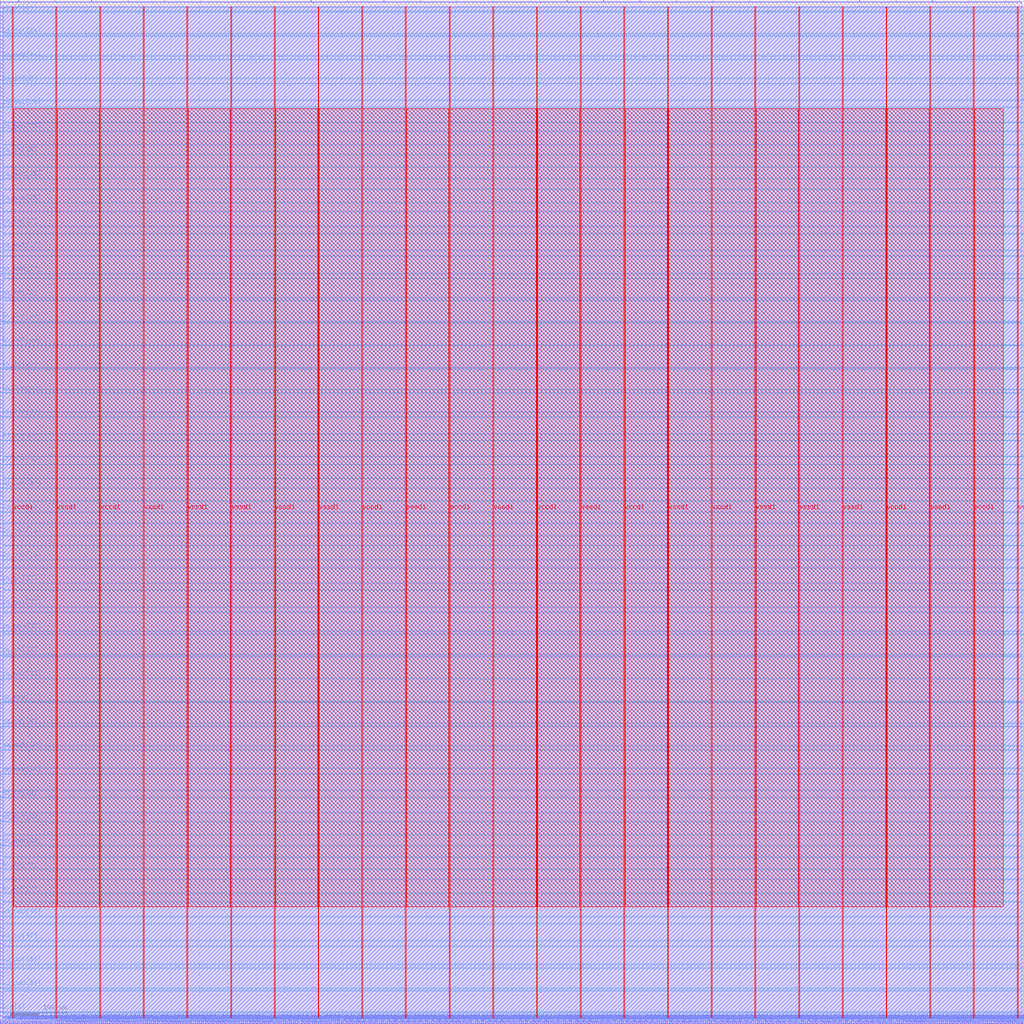
<source format=lef>
VERSION 5.7 ;
  NOWIREEXTENSIONATPIN ON ;
  DIVIDERCHAR "/" ;
  BUSBITCHARS "[]" ;
MACRO user_proj_example
  CLASS BLOCK ;
  FOREIGN user_proj_example ;
  ORIGIN 0.000 0.000 ;
  SIZE 1800.000 BY 1800.000 ;
  PIN io_in[0]
    DIRECTION INPUT ;
    USE SIGNAL ;
    PORT
      LAYER met3 ;
        RECT 1796.000 19.080 1800.000 19.680 ;
    END
  END io_in[0]
  PIN io_in[10]
    DIRECTION INPUT ;
    USE SIGNAL ;
    PORT
      LAYER met3 ;
        RECT 1796.000 1192.760 1800.000 1193.360 ;
    END
  END io_in[10]
  PIN io_in[11]
    DIRECTION INPUT ;
    USE SIGNAL ;
    PORT
      LAYER met3 ;
        RECT 1796.000 1309.720 1800.000 1310.320 ;
    END
  END io_in[11]
  PIN io_in[12]
    DIRECTION INPUT ;
    USE SIGNAL ;
    PORT
      LAYER met3 ;
        RECT 1796.000 1427.360 1800.000 1427.960 ;
    END
  END io_in[12]
  PIN io_in[13]
    DIRECTION INPUT ;
    USE SIGNAL ;
    PORT
      LAYER met3 ;
        RECT 1796.000 1545.000 1800.000 1545.600 ;
    END
  END io_in[13]
  PIN io_in[14]
    DIRECTION INPUT ;
    USE SIGNAL ;
    PORT
      LAYER met3 ;
        RECT 1796.000 1661.960 1800.000 1662.560 ;
    END
  END io_in[14]
  PIN io_in[15]
    DIRECTION INPUT ;
    USE SIGNAL ;
    PORT
      LAYER met2 ;
        RECT 1767.410 1796.000 1767.690 1800.000 ;
    END
  END io_in[15]
  PIN io_in[16]
    DIRECTION INPUT ;
    USE SIGNAL ;
    PORT
      LAYER met2 ;
        RECT 1574.670 1796.000 1574.950 1800.000 ;
    END
  END io_in[16]
  PIN io_in[17]
    DIRECTION INPUT ;
    USE SIGNAL ;
    PORT
      LAYER met2 ;
        RECT 1381.470 1796.000 1381.750 1800.000 ;
    END
  END io_in[17]
  PIN io_in[18]
    DIRECTION INPUT ;
    USE SIGNAL ;
    PORT
      LAYER met2 ;
        RECT 1188.730 1796.000 1189.010 1800.000 ;
    END
  END io_in[18]
  PIN io_in[19]
    DIRECTION INPUT ;
    USE SIGNAL ;
    PORT
      LAYER met2 ;
        RECT 995.990 1796.000 996.270 1800.000 ;
    END
  END io_in[19]
  PIN io_in[1]
    DIRECTION INPUT ;
    USE SIGNAL ;
    PORT
      LAYER met3 ;
        RECT 1796.000 136.040 1800.000 136.640 ;
    END
  END io_in[1]
  PIN io_in[20]
    DIRECTION INPUT ;
    USE SIGNAL ;
    PORT
      LAYER met2 ;
        RECT 803.250 1796.000 803.530 1800.000 ;
    END
  END io_in[20]
  PIN io_in[21]
    DIRECTION INPUT ;
    USE SIGNAL ;
    PORT
      LAYER met2 ;
        RECT 610.050 1796.000 610.330 1800.000 ;
    END
  END io_in[21]
  PIN io_in[22]
    DIRECTION INPUT ;
    USE SIGNAL ;
    PORT
      LAYER met2 ;
        RECT 417.310 1796.000 417.590 1800.000 ;
    END
  END io_in[22]
  PIN io_in[23]
    DIRECTION INPUT ;
    USE SIGNAL ;
    PORT
      LAYER met2 ;
        RECT 224.570 1796.000 224.850 1800.000 ;
    END
  END io_in[23]
  PIN io_in[24]
    DIRECTION INPUT ;
    USE SIGNAL ;
    PORT
      LAYER met3 ;
        RECT 0.000 1778.240 4.000 1778.840 ;
    END
  END io_in[24]
  PIN io_in[25]
    DIRECTION INPUT ;
    USE SIGNAL ;
    PORT
      LAYER met3 ;
        RECT 0.000 1652.440 4.000 1653.040 ;
    END
  END io_in[25]
  PIN io_in[26]
    DIRECTION INPUT ;
    USE SIGNAL ;
    PORT
      LAYER met3 ;
        RECT 0.000 1527.320 4.000 1527.920 ;
    END
  END io_in[26]
  PIN io_in[27]
    DIRECTION INPUT ;
    USE SIGNAL ;
    PORT
      LAYER met3 ;
        RECT 0.000 1401.520 4.000 1402.120 ;
    END
  END io_in[27]
  PIN io_in[28]
    DIRECTION INPUT ;
    USE SIGNAL ;
    PORT
      LAYER met3 ;
        RECT 0.000 1275.720 4.000 1276.320 ;
    END
  END io_in[28]
  PIN io_in[29]
    DIRECTION INPUT ;
    USE SIGNAL ;
    PORT
      LAYER met3 ;
        RECT 0.000 1150.600 4.000 1151.200 ;
    END
  END io_in[29]
  PIN io_in[2]
    DIRECTION INPUT ;
    USE SIGNAL ;
    PORT
      LAYER met3 ;
        RECT 1796.000 253.680 1800.000 254.280 ;
    END
  END io_in[2]
  PIN io_in[30]
    DIRECTION INPUT ;
    USE SIGNAL ;
    PORT
      LAYER met3 ;
        RECT 0.000 1024.800 4.000 1025.400 ;
    END
  END io_in[30]
  PIN io_in[31]
    DIRECTION INPUT ;
    USE SIGNAL ;
    PORT
      LAYER met3 ;
        RECT 0.000 899.000 4.000 899.600 ;
    END
  END io_in[31]
  PIN io_in[32]
    DIRECTION INPUT ;
    USE SIGNAL ;
    PORT
      LAYER met3 ;
        RECT 0.000 773.880 4.000 774.480 ;
    END
  END io_in[32]
  PIN io_in[33]
    DIRECTION INPUT ;
    USE SIGNAL ;
    PORT
      LAYER met3 ;
        RECT 0.000 648.080 4.000 648.680 ;
    END
  END io_in[33]
  PIN io_in[34]
    DIRECTION INPUT ;
    USE SIGNAL ;
    PORT
      LAYER met3 ;
        RECT 0.000 522.280 4.000 522.880 ;
    END
  END io_in[34]
  PIN io_in[35]
    DIRECTION INPUT ;
    USE SIGNAL ;
    PORT
      LAYER met3 ;
        RECT 0.000 397.160 4.000 397.760 ;
    END
  END io_in[35]
  PIN io_in[36]
    DIRECTION INPUT ;
    USE SIGNAL ;
    PORT
      LAYER met3 ;
        RECT 0.000 271.360 4.000 271.960 ;
    END
  END io_in[36]
  PIN io_in[37]
    DIRECTION INPUT ;
    USE SIGNAL ;
    PORT
      LAYER met3 ;
        RECT 0.000 145.560 4.000 146.160 ;
    END
  END io_in[37]
  PIN io_in[3]
    DIRECTION INPUT ;
    USE SIGNAL ;
    PORT
      LAYER met3 ;
        RECT 1796.000 370.640 1800.000 371.240 ;
    END
  END io_in[3]
  PIN io_in[4]
    DIRECTION INPUT ;
    USE SIGNAL ;
    PORT
      LAYER met3 ;
        RECT 1796.000 488.280 1800.000 488.880 ;
    END
  END io_in[4]
  PIN io_in[5]
    DIRECTION INPUT ;
    USE SIGNAL ;
    PORT
      LAYER met3 ;
        RECT 1796.000 605.920 1800.000 606.520 ;
    END
  END io_in[5]
  PIN io_in[6]
    DIRECTION INPUT ;
    USE SIGNAL ;
    PORT
      LAYER met3 ;
        RECT 1796.000 722.880 1800.000 723.480 ;
    END
  END io_in[6]
  PIN io_in[7]
    DIRECTION INPUT ;
    USE SIGNAL ;
    PORT
      LAYER met3 ;
        RECT 1796.000 840.520 1800.000 841.120 ;
    END
  END io_in[7]
  PIN io_in[8]
    DIRECTION INPUT ;
    USE SIGNAL ;
    PORT
      LAYER met3 ;
        RECT 1796.000 958.160 1800.000 958.760 ;
    END
  END io_in[8]
  PIN io_in[9]
    DIRECTION INPUT ;
    USE SIGNAL ;
    PORT
      LAYER met3 ;
        RECT 1796.000 1075.120 1800.000 1075.720 ;
    END
  END io_in[9]
  PIN io_oeb[0]
    DIRECTION OUTPUT TRISTATE ;
    USE SIGNAL ;
    PORT
      LAYER met3 ;
        RECT 1796.000 97.280 1800.000 97.880 ;
    END
  END io_oeb[0]
  PIN io_oeb[10]
    DIRECTION OUTPUT TRISTATE ;
    USE SIGNAL ;
    PORT
      LAYER met3 ;
        RECT 1796.000 1270.960 1800.000 1271.560 ;
    END
  END io_oeb[10]
  PIN io_oeb[11]
    DIRECTION OUTPUT TRISTATE ;
    USE SIGNAL ;
    PORT
      LAYER met3 ;
        RECT 1796.000 1388.600 1800.000 1389.200 ;
    END
  END io_oeb[11]
  PIN io_oeb[12]
    DIRECTION OUTPUT TRISTATE ;
    USE SIGNAL ;
    PORT
      LAYER met3 ;
        RECT 1796.000 1505.560 1800.000 1506.160 ;
    END
  END io_oeb[12]
  PIN io_oeb[13]
    DIRECTION OUTPUT TRISTATE ;
    USE SIGNAL ;
    PORT
      LAYER met3 ;
        RECT 1796.000 1623.200 1800.000 1623.800 ;
    END
  END io_oeb[13]
  PIN io_oeb[14]
    DIRECTION OUTPUT TRISTATE ;
    USE SIGNAL ;
    PORT
      LAYER met3 ;
        RECT 1796.000 1740.160 1800.000 1740.760 ;
    END
  END io_oeb[14]
  PIN io_oeb[15]
    DIRECTION OUTPUT TRISTATE ;
    USE SIGNAL ;
    PORT
      LAYER met2 ;
        RECT 1638.610 1796.000 1638.890 1800.000 ;
    END
  END io_oeb[15]
  PIN io_oeb[16]
    DIRECTION OUTPUT TRISTATE ;
    USE SIGNAL ;
    PORT
      LAYER met2 ;
        RECT 1445.870 1796.000 1446.150 1800.000 ;
    END
  END io_oeb[16]
  PIN io_oeb[17]
    DIRECTION OUTPUT TRISTATE ;
    USE SIGNAL ;
    PORT
      LAYER met2 ;
        RECT 1253.130 1796.000 1253.410 1800.000 ;
    END
  END io_oeb[17]
  PIN io_oeb[18]
    DIRECTION OUTPUT TRISTATE ;
    USE SIGNAL ;
    PORT
      LAYER met2 ;
        RECT 1060.390 1796.000 1060.670 1800.000 ;
    END
  END io_oeb[18]
  PIN io_oeb[19]
    DIRECTION OUTPUT TRISTATE ;
    USE SIGNAL ;
    PORT
      LAYER met2 ;
        RECT 867.190 1796.000 867.470 1800.000 ;
    END
  END io_oeb[19]
  PIN io_oeb[1]
    DIRECTION OUTPUT TRISTATE ;
    USE SIGNAL ;
    PORT
      LAYER met3 ;
        RECT 1796.000 214.240 1800.000 214.840 ;
    END
  END io_oeb[1]
  PIN io_oeb[20]
    DIRECTION OUTPUT TRISTATE ;
    USE SIGNAL ;
    PORT
      LAYER met2 ;
        RECT 674.450 1796.000 674.730 1800.000 ;
    END
  END io_oeb[20]
  PIN io_oeb[21]
    DIRECTION OUTPUT TRISTATE ;
    USE SIGNAL ;
    PORT
      LAYER met2 ;
        RECT 481.710 1796.000 481.990 1800.000 ;
    END
  END io_oeb[21]
  PIN io_oeb[22]
    DIRECTION OUTPUT TRISTATE ;
    USE SIGNAL ;
    PORT
      LAYER met2 ;
        RECT 288.970 1796.000 289.250 1800.000 ;
    END
  END io_oeb[22]
  PIN io_oeb[23]
    DIRECTION OUTPUT TRISTATE ;
    USE SIGNAL ;
    PORT
      LAYER met2 ;
        RECT 95.770 1796.000 96.050 1800.000 ;
    END
  END io_oeb[23]
  PIN io_oeb[24]
    DIRECTION OUTPUT TRISTATE ;
    USE SIGNAL ;
    PORT
      LAYER met3 ;
        RECT 0.000 1694.600 4.000 1695.200 ;
    END
  END io_oeb[24]
  PIN io_oeb[25]
    DIRECTION OUTPUT TRISTATE ;
    USE SIGNAL ;
    PORT
      LAYER met3 ;
        RECT 0.000 1568.800 4.000 1569.400 ;
    END
  END io_oeb[25]
  PIN io_oeb[26]
    DIRECTION OUTPUT TRISTATE ;
    USE SIGNAL ;
    PORT
      LAYER met3 ;
        RECT 0.000 1443.000 4.000 1443.600 ;
    END
  END io_oeb[26]
  PIN io_oeb[27]
    DIRECTION OUTPUT TRISTATE ;
    USE SIGNAL ;
    PORT
      LAYER met3 ;
        RECT 0.000 1317.880 4.000 1318.480 ;
    END
  END io_oeb[27]
  PIN io_oeb[28]
    DIRECTION OUTPUT TRISTATE ;
    USE SIGNAL ;
    PORT
      LAYER met3 ;
        RECT 0.000 1192.080 4.000 1192.680 ;
    END
  END io_oeb[28]
  PIN io_oeb[29]
    DIRECTION OUTPUT TRISTATE ;
    USE SIGNAL ;
    PORT
      LAYER met3 ;
        RECT 0.000 1066.280 4.000 1066.880 ;
    END
  END io_oeb[29]
  PIN io_oeb[2]
    DIRECTION OUTPUT TRISTATE ;
    USE SIGNAL ;
    PORT
      LAYER met3 ;
        RECT 1796.000 331.880 1800.000 332.480 ;
    END
  END io_oeb[2]
  PIN io_oeb[30]
    DIRECTION OUTPUT TRISTATE ;
    USE SIGNAL ;
    PORT
      LAYER met3 ;
        RECT 0.000 941.160 4.000 941.760 ;
    END
  END io_oeb[30]
  PIN io_oeb[31]
    DIRECTION OUTPUT TRISTATE ;
    USE SIGNAL ;
    PORT
      LAYER met3 ;
        RECT 0.000 815.360 4.000 815.960 ;
    END
  END io_oeb[31]
  PIN io_oeb[32]
    DIRECTION OUTPUT TRISTATE ;
    USE SIGNAL ;
    PORT
      LAYER met3 ;
        RECT 0.000 689.560 4.000 690.160 ;
    END
  END io_oeb[32]
  PIN io_oeb[33]
    DIRECTION OUTPUT TRISTATE ;
    USE SIGNAL ;
    PORT
      LAYER met3 ;
        RECT 0.000 564.440 4.000 565.040 ;
    END
  END io_oeb[33]
  PIN io_oeb[34]
    DIRECTION OUTPUT TRISTATE ;
    USE SIGNAL ;
    PORT
      LAYER met3 ;
        RECT 0.000 438.640 4.000 439.240 ;
    END
  END io_oeb[34]
  PIN io_oeb[35]
    DIRECTION OUTPUT TRISTATE ;
    USE SIGNAL ;
    PORT
      LAYER met3 ;
        RECT 0.000 312.840 4.000 313.440 ;
    END
  END io_oeb[35]
  PIN io_oeb[36]
    DIRECTION OUTPUT TRISTATE ;
    USE SIGNAL ;
    PORT
      LAYER met3 ;
        RECT 0.000 187.720 4.000 188.320 ;
    END
  END io_oeb[36]
  PIN io_oeb[37]
    DIRECTION OUTPUT TRISTATE ;
    USE SIGNAL ;
    PORT
      LAYER met3 ;
        RECT 0.000 61.920 4.000 62.520 ;
    END
  END io_oeb[37]
  PIN io_oeb[3]
    DIRECTION OUTPUT TRISTATE ;
    USE SIGNAL ;
    PORT
      LAYER met3 ;
        RECT 1796.000 448.840 1800.000 449.440 ;
    END
  END io_oeb[3]
  PIN io_oeb[4]
    DIRECTION OUTPUT TRISTATE ;
    USE SIGNAL ;
    PORT
      LAYER met3 ;
        RECT 1796.000 566.480 1800.000 567.080 ;
    END
  END io_oeb[4]
  PIN io_oeb[5]
    DIRECTION OUTPUT TRISTATE ;
    USE SIGNAL ;
    PORT
      LAYER met3 ;
        RECT 1796.000 684.120 1800.000 684.720 ;
    END
  END io_oeb[5]
  PIN io_oeb[6]
    DIRECTION OUTPUT TRISTATE ;
    USE SIGNAL ;
    PORT
      LAYER met3 ;
        RECT 1796.000 801.080 1800.000 801.680 ;
    END
  END io_oeb[6]
  PIN io_oeb[7]
    DIRECTION OUTPUT TRISTATE ;
    USE SIGNAL ;
    PORT
      LAYER met3 ;
        RECT 1796.000 918.720 1800.000 919.320 ;
    END
  END io_oeb[7]
  PIN io_oeb[8]
    DIRECTION OUTPUT TRISTATE ;
    USE SIGNAL ;
    PORT
      LAYER met3 ;
        RECT 1796.000 1036.360 1800.000 1036.960 ;
    END
  END io_oeb[8]
  PIN io_oeb[9]
    DIRECTION OUTPUT TRISTATE ;
    USE SIGNAL ;
    PORT
      LAYER met3 ;
        RECT 1796.000 1153.320 1800.000 1153.920 ;
    END
  END io_oeb[9]
  PIN io_out[0]
    DIRECTION OUTPUT TRISTATE ;
    USE SIGNAL ;
    PORT
      LAYER met3 ;
        RECT 1796.000 57.840 1800.000 58.440 ;
    END
  END io_out[0]
  PIN io_out[10]
    DIRECTION OUTPUT TRISTATE ;
    USE SIGNAL ;
    PORT
      LAYER met3 ;
        RECT 1796.000 1231.520 1800.000 1232.120 ;
    END
  END io_out[10]
  PIN io_out[11]
    DIRECTION OUTPUT TRISTATE ;
    USE SIGNAL ;
    PORT
      LAYER met3 ;
        RECT 1796.000 1349.160 1800.000 1349.760 ;
    END
  END io_out[11]
  PIN io_out[12]
    DIRECTION OUTPUT TRISTATE ;
    USE SIGNAL ;
    PORT
      LAYER met3 ;
        RECT 1796.000 1466.800 1800.000 1467.400 ;
    END
  END io_out[12]
  PIN io_out[13]
    DIRECTION OUTPUT TRISTATE ;
    USE SIGNAL ;
    PORT
      LAYER met3 ;
        RECT 1796.000 1583.760 1800.000 1584.360 ;
    END
  END io_out[13]
  PIN io_out[14]
    DIRECTION OUTPUT TRISTATE ;
    USE SIGNAL ;
    PORT
      LAYER met3 ;
        RECT 1796.000 1701.400 1800.000 1702.000 ;
    END
  END io_out[14]
  PIN io_out[15]
    DIRECTION OUTPUT TRISTATE ;
    USE SIGNAL ;
    PORT
      LAYER met2 ;
        RECT 1703.010 1796.000 1703.290 1800.000 ;
    END
  END io_out[15]
  PIN io_out[16]
    DIRECTION OUTPUT TRISTATE ;
    USE SIGNAL ;
    PORT
      LAYER met2 ;
        RECT 1510.270 1796.000 1510.550 1800.000 ;
    END
  END io_out[16]
  PIN io_out[17]
    DIRECTION OUTPUT TRISTATE ;
    USE SIGNAL ;
    PORT
      LAYER met2 ;
        RECT 1317.530 1796.000 1317.810 1800.000 ;
    END
  END io_out[17]
  PIN io_out[18]
    DIRECTION OUTPUT TRISTATE ;
    USE SIGNAL ;
    PORT
      LAYER met2 ;
        RECT 1124.330 1796.000 1124.610 1800.000 ;
    END
  END io_out[18]
  PIN io_out[19]
    DIRECTION OUTPUT TRISTATE ;
    USE SIGNAL ;
    PORT
      LAYER met2 ;
        RECT 931.590 1796.000 931.870 1800.000 ;
    END
  END io_out[19]
  PIN io_out[1]
    DIRECTION OUTPUT TRISTATE ;
    USE SIGNAL ;
    PORT
      LAYER met3 ;
        RECT 1796.000 175.480 1800.000 176.080 ;
    END
  END io_out[1]
  PIN io_out[20]
    DIRECTION OUTPUT TRISTATE ;
    USE SIGNAL ;
    PORT
      LAYER met2 ;
        RECT 738.850 1796.000 739.130 1800.000 ;
    END
  END io_out[20]
  PIN io_out[21]
    DIRECTION OUTPUT TRISTATE ;
    USE SIGNAL ;
    PORT
      LAYER met2 ;
        RECT 546.110 1796.000 546.390 1800.000 ;
    END
  END io_out[21]
  PIN io_out[22]
    DIRECTION OUTPUT TRISTATE ;
    USE SIGNAL ;
    PORT
      LAYER met2 ;
        RECT 352.910 1796.000 353.190 1800.000 ;
    END
  END io_out[22]
  PIN io_out[23]
    DIRECTION OUTPUT TRISTATE ;
    USE SIGNAL ;
    PORT
      LAYER met2 ;
        RECT 160.170 1796.000 160.450 1800.000 ;
    END
  END io_out[23]
  PIN io_out[24]
    DIRECTION OUTPUT TRISTATE ;
    USE SIGNAL ;
    PORT
      LAYER met3 ;
        RECT 0.000 1736.080 4.000 1736.680 ;
    END
  END io_out[24]
  PIN io_out[25]
    DIRECTION OUTPUT TRISTATE ;
    USE SIGNAL ;
    PORT
      LAYER met3 ;
        RECT 0.000 1610.960 4.000 1611.560 ;
    END
  END io_out[25]
  PIN io_out[26]
    DIRECTION OUTPUT TRISTATE ;
    USE SIGNAL ;
    PORT
      LAYER met3 ;
        RECT 0.000 1485.160 4.000 1485.760 ;
    END
  END io_out[26]
  PIN io_out[27]
    DIRECTION OUTPUT TRISTATE ;
    USE SIGNAL ;
    PORT
      LAYER met3 ;
        RECT 0.000 1359.360 4.000 1359.960 ;
    END
  END io_out[27]
  PIN io_out[28]
    DIRECTION OUTPUT TRISTATE ;
    USE SIGNAL ;
    PORT
      LAYER met3 ;
        RECT 0.000 1234.240 4.000 1234.840 ;
    END
  END io_out[28]
  PIN io_out[29]
    DIRECTION OUTPUT TRISTATE ;
    USE SIGNAL ;
    PORT
      LAYER met3 ;
        RECT 0.000 1108.440 4.000 1109.040 ;
    END
  END io_out[29]
  PIN io_out[2]
    DIRECTION OUTPUT TRISTATE ;
    USE SIGNAL ;
    PORT
      LAYER met3 ;
        RECT 1796.000 292.440 1800.000 293.040 ;
    END
  END io_out[2]
  PIN io_out[30]
    DIRECTION OUTPUT TRISTATE ;
    USE SIGNAL ;
    PORT
      LAYER met3 ;
        RECT 0.000 982.640 4.000 983.240 ;
    END
  END io_out[30]
  PIN io_out[31]
    DIRECTION OUTPUT TRISTATE ;
    USE SIGNAL ;
    PORT
      LAYER met3 ;
        RECT 0.000 857.520 4.000 858.120 ;
    END
  END io_out[31]
  PIN io_out[32]
    DIRECTION OUTPUT TRISTATE ;
    USE SIGNAL ;
    PORT
      LAYER met3 ;
        RECT 0.000 731.720 4.000 732.320 ;
    END
  END io_out[32]
  PIN io_out[33]
    DIRECTION OUTPUT TRISTATE ;
    USE SIGNAL ;
    PORT
      LAYER met3 ;
        RECT 0.000 605.920 4.000 606.520 ;
    END
  END io_out[33]
  PIN io_out[34]
    DIRECTION OUTPUT TRISTATE ;
    USE SIGNAL ;
    PORT
      LAYER met3 ;
        RECT 0.000 480.800 4.000 481.400 ;
    END
  END io_out[34]
  PIN io_out[35]
    DIRECTION OUTPUT TRISTATE ;
    USE SIGNAL ;
    PORT
      LAYER met3 ;
        RECT 0.000 355.000 4.000 355.600 ;
    END
  END io_out[35]
  PIN io_out[36]
    DIRECTION OUTPUT TRISTATE ;
    USE SIGNAL ;
    PORT
      LAYER met3 ;
        RECT 0.000 229.200 4.000 229.800 ;
    END
  END io_out[36]
  PIN io_out[37]
    DIRECTION OUTPUT TRISTATE ;
    USE SIGNAL ;
    PORT
      LAYER met3 ;
        RECT 0.000 104.080 4.000 104.680 ;
    END
  END io_out[37]
  PIN io_out[3]
    DIRECTION OUTPUT TRISTATE ;
    USE SIGNAL ;
    PORT
      LAYER met3 ;
        RECT 1796.000 410.080 1800.000 410.680 ;
    END
  END io_out[3]
  PIN io_out[4]
    DIRECTION OUTPUT TRISTATE ;
    USE SIGNAL ;
    PORT
      LAYER met3 ;
        RECT 1796.000 527.720 1800.000 528.320 ;
    END
  END io_out[4]
  PIN io_out[5]
    DIRECTION OUTPUT TRISTATE ;
    USE SIGNAL ;
    PORT
      LAYER met3 ;
        RECT 1796.000 644.680 1800.000 645.280 ;
    END
  END io_out[5]
  PIN io_out[6]
    DIRECTION OUTPUT TRISTATE ;
    USE SIGNAL ;
    PORT
      LAYER met3 ;
        RECT 1796.000 762.320 1800.000 762.920 ;
    END
  END io_out[6]
  PIN io_out[7]
    DIRECTION OUTPUT TRISTATE ;
    USE SIGNAL ;
    PORT
      LAYER met3 ;
        RECT 1796.000 879.280 1800.000 879.880 ;
    END
  END io_out[7]
  PIN io_out[8]
    DIRECTION OUTPUT TRISTATE ;
    USE SIGNAL ;
    PORT
      LAYER met3 ;
        RECT 1796.000 996.920 1800.000 997.520 ;
    END
  END io_out[8]
  PIN io_out[9]
    DIRECTION OUTPUT TRISTATE ;
    USE SIGNAL ;
    PORT
      LAYER met3 ;
        RECT 1796.000 1114.560 1800.000 1115.160 ;
    END
  END io_out[9]
  PIN irq[0]
    DIRECTION OUTPUT TRISTATE ;
    USE SIGNAL ;
    PORT
      LAYER met3 ;
        RECT 1796.000 1779.600 1800.000 1780.200 ;
    END
  END irq[0]
  PIN irq[1]
    DIRECTION OUTPUT TRISTATE ;
    USE SIGNAL ;
    PORT
      LAYER met3 ;
        RECT 0.000 20.440 4.000 21.040 ;
    END
  END irq[1]
  PIN irq[2]
    DIRECTION OUTPUT TRISTATE ;
    USE SIGNAL ;
    PORT
      LAYER met2 ;
        RECT 31.830 1796.000 32.110 1800.000 ;
    END
  END irq[2]
  PIN la_data_in[0]
    DIRECTION INPUT ;
    USE SIGNAL ;
    PORT
      LAYER met2 ;
        RECT 390.630 0.000 390.910 4.000 ;
    END
  END la_data_in[0]
  PIN la_data_in[100]
    DIRECTION INPUT ;
    USE SIGNAL ;
    PORT
      LAYER met2 ;
        RECT 1492.790 0.000 1493.070 4.000 ;
    END
  END la_data_in[100]
  PIN la_data_in[101]
    DIRECTION INPUT ;
    USE SIGNAL ;
    PORT
      LAYER met2 ;
        RECT 1503.830 0.000 1504.110 4.000 ;
    END
  END la_data_in[101]
  PIN la_data_in[102]
    DIRECTION INPUT ;
    USE SIGNAL ;
    PORT
      LAYER met2 ;
        RECT 1514.870 0.000 1515.150 4.000 ;
    END
  END la_data_in[102]
  PIN la_data_in[103]
    DIRECTION INPUT ;
    USE SIGNAL ;
    PORT
      LAYER met2 ;
        RECT 1525.910 0.000 1526.190 4.000 ;
    END
  END la_data_in[103]
  PIN la_data_in[104]
    DIRECTION INPUT ;
    USE SIGNAL ;
    PORT
      LAYER met2 ;
        RECT 1536.950 0.000 1537.230 4.000 ;
    END
  END la_data_in[104]
  PIN la_data_in[105]
    DIRECTION INPUT ;
    USE SIGNAL ;
    PORT
      LAYER met2 ;
        RECT 1547.530 0.000 1547.810 4.000 ;
    END
  END la_data_in[105]
  PIN la_data_in[106]
    DIRECTION INPUT ;
    USE SIGNAL ;
    PORT
      LAYER met2 ;
        RECT 1558.570 0.000 1558.850 4.000 ;
    END
  END la_data_in[106]
  PIN la_data_in[107]
    DIRECTION INPUT ;
    USE SIGNAL ;
    PORT
      LAYER met2 ;
        RECT 1569.610 0.000 1569.890 4.000 ;
    END
  END la_data_in[107]
  PIN la_data_in[108]
    DIRECTION INPUT ;
    USE SIGNAL ;
    PORT
      LAYER met2 ;
        RECT 1580.650 0.000 1580.930 4.000 ;
    END
  END la_data_in[108]
  PIN la_data_in[109]
    DIRECTION INPUT ;
    USE SIGNAL ;
    PORT
      LAYER met2 ;
        RECT 1591.690 0.000 1591.970 4.000 ;
    END
  END la_data_in[109]
  PIN la_data_in[10]
    DIRECTION INPUT ;
    USE SIGNAL ;
    PORT
      LAYER met2 ;
        RECT 501.030 0.000 501.310 4.000 ;
    END
  END la_data_in[10]
  PIN la_data_in[110]
    DIRECTION INPUT ;
    USE SIGNAL ;
    PORT
      LAYER met2 ;
        RECT 1602.730 0.000 1603.010 4.000 ;
    END
  END la_data_in[110]
  PIN la_data_in[111]
    DIRECTION INPUT ;
    USE SIGNAL ;
    PORT
      LAYER met2 ;
        RECT 1613.770 0.000 1614.050 4.000 ;
    END
  END la_data_in[111]
  PIN la_data_in[112]
    DIRECTION INPUT ;
    USE SIGNAL ;
    PORT
      LAYER met2 ;
        RECT 1624.810 0.000 1625.090 4.000 ;
    END
  END la_data_in[112]
  PIN la_data_in[113]
    DIRECTION INPUT ;
    USE SIGNAL ;
    PORT
      LAYER met2 ;
        RECT 1635.850 0.000 1636.130 4.000 ;
    END
  END la_data_in[113]
  PIN la_data_in[114]
    DIRECTION INPUT ;
    USE SIGNAL ;
    PORT
      LAYER met2 ;
        RECT 1646.890 0.000 1647.170 4.000 ;
    END
  END la_data_in[114]
  PIN la_data_in[115]
    DIRECTION INPUT ;
    USE SIGNAL ;
    PORT
      LAYER met2 ;
        RECT 1657.930 0.000 1658.210 4.000 ;
    END
  END la_data_in[115]
  PIN la_data_in[116]
    DIRECTION INPUT ;
    USE SIGNAL ;
    PORT
      LAYER met2 ;
        RECT 1668.970 0.000 1669.250 4.000 ;
    END
  END la_data_in[116]
  PIN la_data_in[117]
    DIRECTION INPUT ;
    USE SIGNAL ;
    PORT
      LAYER met2 ;
        RECT 1680.010 0.000 1680.290 4.000 ;
    END
  END la_data_in[117]
  PIN la_data_in[118]
    DIRECTION INPUT ;
    USE SIGNAL ;
    PORT
      LAYER met2 ;
        RECT 1691.050 0.000 1691.330 4.000 ;
    END
  END la_data_in[118]
  PIN la_data_in[119]
    DIRECTION INPUT ;
    USE SIGNAL ;
    PORT
      LAYER met2 ;
        RECT 1702.090 0.000 1702.370 4.000 ;
    END
  END la_data_in[119]
  PIN la_data_in[11]
    DIRECTION INPUT ;
    USE SIGNAL ;
    PORT
      LAYER met2 ;
        RECT 512.070 0.000 512.350 4.000 ;
    END
  END la_data_in[11]
  PIN la_data_in[120]
    DIRECTION INPUT ;
    USE SIGNAL ;
    PORT
      LAYER met2 ;
        RECT 1713.130 0.000 1713.410 4.000 ;
    END
  END la_data_in[120]
  PIN la_data_in[121]
    DIRECTION INPUT ;
    USE SIGNAL ;
    PORT
      LAYER met2 ;
        RECT 1724.170 0.000 1724.450 4.000 ;
    END
  END la_data_in[121]
  PIN la_data_in[122]
    DIRECTION INPUT ;
    USE SIGNAL ;
    PORT
      LAYER met2 ;
        RECT 1735.210 0.000 1735.490 4.000 ;
    END
  END la_data_in[122]
  PIN la_data_in[123]
    DIRECTION INPUT ;
    USE SIGNAL ;
    PORT
      LAYER met2 ;
        RECT 1746.250 0.000 1746.530 4.000 ;
    END
  END la_data_in[123]
  PIN la_data_in[124]
    DIRECTION INPUT ;
    USE SIGNAL ;
    PORT
      LAYER met2 ;
        RECT 1757.290 0.000 1757.570 4.000 ;
    END
  END la_data_in[124]
  PIN la_data_in[125]
    DIRECTION INPUT ;
    USE SIGNAL ;
    PORT
      LAYER met2 ;
        RECT 1768.330 0.000 1768.610 4.000 ;
    END
  END la_data_in[125]
  PIN la_data_in[126]
    DIRECTION INPUT ;
    USE SIGNAL ;
    PORT
      LAYER met2 ;
        RECT 1779.370 0.000 1779.650 4.000 ;
    END
  END la_data_in[126]
  PIN la_data_in[127]
    DIRECTION INPUT ;
    USE SIGNAL ;
    PORT
      LAYER met2 ;
        RECT 1790.410 0.000 1790.690 4.000 ;
    END
  END la_data_in[127]
  PIN la_data_in[12]
    DIRECTION INPUT ;
    USE SIGNAL ;
    PORT
      LAYER met2 ;
        RECT 522.650 0.000 522.930 4.000 ;
    END
  END la_data_in[12]
  PIN la_data_in[13]
    DIRECTION INPUT ;
    USE SIGNAL ;
    PORT
      LAYER met2 ;
        RECT 533.690 0.000 533.970 4.000 ;
    END
  END la_data_in[13]
  PIN la_data_in[14]
    DIRECTION INPUT ;
    USE SIGNAL ;
    PORT
      LAYER met2 ;
        RECT 544.730 0.000 545.010 4.000 ;
    END
  END la_data_in[14]
  PIN la_data_in[15]
    DIRECTION INPUT ;
    USE SIGNAL ;
    PORT
      LAYER met2 ;
        RECT 555.770 0.000 556.050 4.000 ;
    END
  END la_data_in[15]
  PIN la_data_in[16]
    DIRECTION INPUT ;
    USE SIGNAL ;
    PORT
      LAYER met2 ;
        RECT 566.810 0.000 567.090 4.000 ;
    END
  END la_data_in[16]
  PIN la_data_in[17]
    DIRECTION INPUT ;
    USE SIGNAL ;
    PORT
      LAYER met2 ;
        RECT 577.850 0.000 578.130 4.000 ;
    END
  END la_data_in[17]
  PIN la_data_in[18]
    DIRECTION INPUT ;
    USE SIGNAL ;
    PORT
      LAYER met2 ;
        RECT 588.890 0.000 589.170 4.000 ;
    END
  END la_data_in[18]
  PIN la_data_in[19]
    DIRECTION INPUT ;
    USE SIGNAL ;
    PORT
      LAYER met2 ;
        RECT 599.930 0.000 600.210 4.000 ;
    END
  END la_data_in[19]
  PIN la_data_in[1]
    DIRECTION INPUT ;
    USE SIGNAL ;
    PORT
      LAYER met2 ;
        RECT 401.670 0.000 401.950 4.000 ;
    END
  END la_data_in[1]
  PIN la_data_in[20]
    DIRECTION INPUT ;
    USE SIGNAL ;
    PORT
      LAYER met2 ;
        RECT 610.970 0.000 611.250 4.000 ;
    END
  END la_data_in[20]
  PIN la_data_in[21]
    DIRECTION INPUT ;
    USE SIGNAL ;
    PORT
      LAYER met2 ;
        RECT 622.010 0.000 622.290 4.000 ;
    END
  END la_data_in[21]
  PIN la_data_in[22]
    DIRECTION INPUT ;
    USE SIGNAL ;
    PORT
      LAYER met2 ;
        RECT 633.050 0.000 633.330 4.000 ;
    END
  END la_data_in[22]
  PIN la_data_in[23]
    DIRECTION INPUT ;
    USE SIGNAL ;
    PORT
      LAYER met2 ;
        RECT 644.090 0.000 644.370 4.000 ;
    END
  END la_data_in[23]
  PIN la_data_in[24]
    DIRECTION INPUT ;
    USE SIGNAL ;
    PORT
      LAYER met2 ;
        RECT 655.130 0.000 655.410 4.000 ;
    END
  END la_data_in[24]
  PIN la_data_in[25]
    DIRECTION INPUT ;
    USE SIGNAL ;
    PORT
      LAYER met2 ;
        RECT 666.170 0.000 666.450 4.000 ;
    END
  END la_data_in[25]
  PIN la_data_in[26]
    DIRECTION INPUT ;
    USE SIGNAL ;
    PORT
      LAYER met2 ;
        RECT 677.210 0.000 677.490 4.000 ;
    END
  END la_data_in[26]
  PIN la_data_in[27]
    DIRECTION INPUT ;
    USE SIGNAL ;
    PORT
      LAYER met2 ;
        RECT 688.250 0.000 688.530 4.000 ;
    END
  END la_data_in[27]
  PIN la_data_in[28]
    DIRECTION INPUT ;
    USE SIGNAL ;
    PORT
      LAYER met2 ;
        RECT 699.290 0.000 699.570 4.000 ;
    END
  END la_data_in[28]
  PIN la_data_in[29]
    DIRECTION INPUT ;
    USE SIGNAL ;
    PORT
      LAYER met2 ;
        RECT 710.330 0.000 710.610 4.000 ;
    END
  END la_data_in[29]
  PIN la_data_in[2]
    DIRECTION INPUT ;
    USE SIGNAL ;
    PORT
      LAYER met2 ;
        RECT 412.710 0.000 412.990 4.000 ;
    END
  END la_data_in[2]
  PIN la_data_in[30]
    DIRECTION INPUT ;
    USE SIGNAL ;
    PORT
      LAYER met2 ;
        RECT 721.370 0.000 721.650 4.000 ;
    END
  END la_data_in[30]
  PIN la_data_in[31]
    DIRECTION INPUT ;
    USE SIGNAL ;
    PORT
      LAYER met2 ;
        RECT 732.410 0.000 732.690 4.000 ;
    END
  END la_data_in[31]
  PIN la_data_in[32]
    DIRECTION INPUT ;
    USE SIGNAL ;
    PORT
      LAYER met2 ;
        RECT 743.450 0.000 743.730 4.000 ;
    END
  END la_data_in[32]
  PIN la_data_in[33]
    DIRECTION INPUT ;
    USE SIGNAL ;
    PORT
      LAYER met2 ;
        RECT 754.490 0.000 754.770 4.000 ;
    END
  END la_data_in[33]
  PIN la_data_in[34]
    DIRECTION INPUT ;
    USE SIGNAL ;
    PORT
      LAYER met2 ;
        RECT 765.530 0.000 765.810 4.000 ;
    END
  END la_data_in[34]
  PIN la_data_in[35]
    DIRECTION INPUT ;
    USE SIGNAL ;
    PORT
      LAYER met2 ;
        RECT 776.110 0.000 776.390 4.000 ;
    END
  END la_data_in[35]
  PIN la_data_in[36]
    DIRECTION INPUT ;
    USE SIGNAL ;
    PORT
      LAYER met2 ;
        RECT 787.150 0.000 787.430 4.000 ;
    END
  END la_data_in[36]
  PIN la_data_in[37]
    DIRECTION INPUT ;
    USE SIGNAL ;
    PORT
      LAYER met2 ;
        RECT 798.190 0.000 798.470 4.000 ;
    END
  END la_data_in[37]
  PIN la_data_in[38]
    DIRECTION INPUT ;
    USE SIGNAL ;
    PORT
      LAYER met2 ;
        RECT 809.230 0.000 809.510 4.000 ;
    END
  END la_data_in[38]
  PIN la_data_in[39]
    DIRECTION INPUT ;
    USE SIGNAL ;
    PORT
      LAYER met2 ;
        RECT 820.270 0.000 820.550 4.000 ;
    END
  END la_data_in[39]
  PIN la_data_in[3]
    DIRECTION INPUT ;
    USE SIGNAL ;
    PORT
      LAYER met2 ;
        RECT 423.750 0.000 424.030 4.000 ;
    END
  END la_data_in[3]
  PIN la_data_in[40]
    DIRECTION INPUT ;
    USE SIGNAL ;
    PORT
      LAYER met2 ;
        RECT 831.310 0.000 831.590 4.000 ;
    END
  END la_data_in[40]
  PIN la_data_in[41]
    DIRECTION INPUT ;
    USE SIGNAL ;
    PORT
      LAYER met2 ;
        RECT 842.350 0.000 842.630 4.000 ;
    END
  END la_data_in[41]
  PIN la_data_in[42]
    DIRECTION INPUT ;
    USE SIGNAL ;
    PORT
      LAYER met2 ;
        RECT 853.390 0.000 853.670 4.000 ;
    END
  END la_data_in[42]
  PIN la_data_in[43]
    DIRECTION INPUT ;
    USE SIGNAL ;
    PORT
      LAYER met2 ;
        RECT 864.430 0.000 864.710 4.000 ;
    END
  END la_data_in[43]
  PIN la_data_in[44]
    DIRECTION INPUT ;
    USE SIGNAL ;
    PORT
      LAYER met2 ;
        RECT 875.470 0.000 875.750 4.000 ;
    END
  END la_data_in[44]
  PIN la_data_in[45]
    DIRECTION INPUT ;
    USE SIGNAL ;
    PORT
      LAYER met2 ;
        RECT 886.510 0.000 886.790 4.000 ;
    END
  END la_data_in[45]
  PIN la_data_in[46]
    DIRECTION INPUT ;
    USE SIGNAL ;
    PORT
      LAYER met2 ;
        RECT 897.550 0.000 897.830 4.000 ;
    END
  END la_data_in[46]
  PIN la_data_in[47]
    DIRECTION INPUT ;
    USE SIGNAL ;
    PORT
      LAYER met2 ;
        RECT 908.590 0.000 908.870 4.000 ;
    END
  END la_data_in[47]
  PIN la_data_in[48]
    DIRECTION INPUT ;
    USE SIGNAL ;
    PORT
      LAYER met2 ;
        RECT 919.630 0.000 919.910 4.000 ;
    END
  END la_data_in[48]
  PIN la_data_in[49]
    DIRECTION INPUT ;
    USE SIGNAL ;
    PORT
      LAYER met2 ;
        RECT 930.670 0.000 930.950 4.000 ;
    END
  END la_data_in[49]
  PIN la_data_in[4]
    DIRECTION INPUT ;
    USE SIGNAL ;
    PORT
      LAYER met2 ;
        RECT 434.790 0.000 435.070 4.000 ;
    END
  END la_data_in[4]
  PIN la_data_in[50]
    DIRECTION INPUT ;
    USE SIGNAL ;
    PORT
      LAYER met2 ;
        RECT 941.710 0.000 941.990 4.000 ;
    END
  END la_data_in[50]
  PIN la_data_in[51]
    DIRECTION INPUT ;
    USE SIGNAL ;
    PORT
      LAYER met2 ;
        RECT 952.750 0.000 953.030 4.000 ;
    END
  END la_data_in[51]
  PIN la_data_in[52]
    DIRECTION INPUT ;
    USE SIGNAL ;
    PORT
      LAYER met2 ;
        RECT 963.790 0.000 964.070 4.000 ;
    END
  END la_data_in[52]
  PIN la_data_in[53]
    DIRECTION INPUT ;
    USE SIGNAL ;
    PORT
      LAYER met2 ;
        RECT 974.830 0.000 975.110 4.000 ;
    END
  END la_data_in[53]
  PIN la_data_in[54]
    DIRECTION INPUT ;
    USE SIGNAL ;
    PORT
      LAYER met2 ;
        RECT 985.870 0.000 986.150 4.000 ;
    END
  END la_data_in[54]
  PIN la_data_in[55]
    DIRECTION INPUT ;
    USE SIGNAL ;
    PORT
      LAYER met2 ;
        RECT 996.910 0.000 997.190 4.000 ;
    END
  END la_data_in[55]
  PIN la_data_in[56]
    DIRECTION INPUT ;
    USE SIGNAL ;
    PORT
      LAYER met2 ;
        RECT 1007.950 0.000 1008.230 4.000 ;
    END
  END la_data_in[56]
  PIN la_data_in[57]
    DIRECTION INPUT ;
    USE SIGNAL ;
    PORT
      LAYER met2 ;
        RECT 1018.990 0.000 1019.270 4.000 ;
    END
  END la_data_in[57]
  PIN la_data_in[58]
    DIRECTION INPUT ;
    USE SIGNAL ;
    PORT
      LAYER met2 ;
        RECT 1030.030 0.000 1030.310 4.000 ;
    END
  END la_data_in[58]
  PIN la_data_in[59]
    DIRECTION INPUT ;
    USE SIGNAL ;
    PORT
      LAYER met2 ;
        RECT 1040.610 0.000 1040.890 4.000 ;
    END
  END la_data_in[59]
  PIN la_data_in[5]
    DIRECTION INPUT ;
    USE SIGNAL ;
    PORT
      LAYER met2 ;
        RECT 445.830 0.000 446.110 4.000 ;
    END
  END la_data_in[5]
  PIN la_data_in[60]
    DIRECTION INPUT ;
    USE SIGNAL ;
    PORT
      LAYER met2 ;
        RECT 1051.650 0.000 1051.930 4.000 ;
    END
  END la_data_in[60]
  PIN la_data_in[61]
    DIRECTION INPUT ;
    USE SIGNAL ;
    PORT
      LAYER met2 ;
        RECT 1062.690 0.000 1062.970 4.000 ;
    END
  END la_data_in[61]
  PIN la_data_in[62]
    DIRECTION INPUT ;
    USE SIGNAL ;
    PORT
      LAYER met2 ;
        RECT 1073.730 0.000 1074.010 4.000 ;
    END
  END la_data_in[62]
  PIN la_data_in[63]
    DIRECTION INPUT ;
    USE SIGNAL ;
    PORT
      LAYER met2 ;
        RECT 1084.770 0.000 1085.050 4.000 ;
    END
  END la_data_in[63]
  PIN la_data_in[64]
    DIRECTION INPUT ;
    USE SIGNAL ;
    PORT
      LAYER met2 ;
        RECT 1095.810 0.000 1096.090 4.000 ;
    END
  END la_data_in[64]
  PIN la_data_in[65]
    DIRECTION INPUT ;
    USE SIGNAL ;
    PORT
      LAYER met2 ;
        RECT 1106.850 0.000 1107.130 4.000 ;
    END
  END la_data_in[65]
  PIN la_data_in[66]
    DIRECTION INPUT ;
    USE SIGNAL ;
    PORT
      LAYER met2 ;
        RECT 1117.890 0.000 1118.170 4.000 ;
    END
  END la_data_in[66]
  PIN la_data_in[67]
    DIRECTION INPUT ;
    USE SIGNAL ;
    PORT
      LAYER met2 ;
        RECT 1128.930 0.000 1129.210 4.000 ;
    END
  END la_data_in[67]
  PIN la_data_in[68]
    DIRECTION INPUT ;
    USE SIGNAL ;
    PORT
      LAYER met2 ;
        RECT 1139.970 0.000 1140.250 4.000 ;
    END
  END la_data_in[68]
  PIN la_data_in[69]
    DIRECTION INPUT ;
    USE SIGNAL ;
    PORT
      LAYER met2 ;
        RECT 1151.010 0.000 1151.290 4.000 ;
    END
  END la_data_in[69]
  PIN la_data_in[6]
    DIRECTION INPUT ;
    USE SIGNAL ;
    PORT
      LAYER met2 ;
        RECT 456.870 0.000 457.150 4.000 ;
    END
  END la_data_in[6]
  PIN la_data_in[70]
    DIRECTION INPUT ;
    USE SIGNAL ;
    PORT
      LAYER met2 ;
        RECT 1162.050 0.000 1162.330 4.000 ;
    END
  END la_data_in[70]
  PIN la_data_in[71]
    DIRECTION INPUT ;
    USE SIGNAL ;
    PORT
      LAYER met2 ;
        RECT 1173.090 0.000 1173.370 4.000 ;
    END
  END la_data_in[71]
  PIN la_data_in[72]
    DIRECTION INPUT ;
    USE SIGNAL ;
    PORT
      LAYER met2 ;
        RECT 1184.130 0.000 1184.410 4.000 ;
    END
  END la_data_in[72]
  PIN la_data_in[73]
    DIRECTION INPUT ;
    USE SIGNAL ;
    PORT
      LAYER met2 ;
        RECT 1195.170 0.000 1195.450 4.000 ;
    END
  END la_data_in[73]
  PIN la_data_in[74]
    DIRECTION INPUT ;
    USE SIGNAL ;
    PORT
      LAYER met2 ;
        RECT 1206.210 0.000 1206.490 4.000 ;
    END
  END la_data_in[74]
  PIN la_data_in[75]
    DIRECTION INPUT ;
    USE SIGNAL ;
    PORT
      LAYER met2 ;
        RECT 1217.250 0.000 1217.530 4.000 ;
    END
  END la_data_in[75]
  PIN la_data_in[76]
    DIRECTION INPUT ;
    USE SIGNAL ;
    PORT
      LAYER met2 ;
        RECT 1228.290 0.000 1228.570 4.000 ;
    END
  END la_data_in[76]
  PIN la_data_in[77]
    DIRECTION INPUT ;
    USE SIGNAL ;
    PORT
      LAYER met2 ;
        RECT 1239.330 0.000 1239.610 4.000 ;
    END
  END la_data_in[77]
  PIN la_data_in[78]
    DIRECTION INPUT ;
    USE SIGNAL ;
    PORT
      LAYER met2 ;
        RECT 1250.370 0.000 1250.650 4.000 ;
    END
  END la_data_in[78]
  PIN la_data_in[79]
    DIRECTION INPUT ;
    USE SIGNAL ;
    PORT
      LAYER met2 ;
        RECT 1261.410 0.000 1261.690 4.000 ;
    END
  END la_data_in[79]
  PIN la_data_in[7]
    DIRECTION INPUT ;
    USE SIGNAL ;
    PORT
      LAYER met2 ;
        RECT 467.910 0.000 468.190 4.000 ;
    END
  END la_data_in[7]
  PIN la_data_in[80]
    DIRECTION INPUT ;
    USE SIGNAL ;
    PORT
      LAYER met2 ;
        RECT 1272.450 0.000 1272.730 4.000 ;
    END
  END la_data_in[80]
  PIN la_data_in[81]
    DIRECTION INPUT ;
    USE SIGNAL ;
    PORT
      LAYER met2 ;
        RECT 1283.490 0.000 1283.770 4.000 ;
    END
  END la_data_in[81]
  PIN la_data_in[82]
    DIRECTION INPUT ;
    USE SIGNAL ;
    PORT
      LAYER met2 ;
        RECT 1294.070 0.000 1294.350 4.000 ;
    END
  END la_data_in[82]
  PIN la_data_in[83]
    DIRECTION INPUT ;
    USE SIGNAL ;
    PORT
      LAYER met2 ;
        RECT 1305.110 0.000 1305.390 4.000 ;
    END
  END la_data_in[83]
  PIN la_data_in[84]
    DIRECTION INPUT ;
    USE SIGNAL ;
    PORT
      LAYER met2 ;
        RECT 1316.150 0.000 1316.430 4.000 ;
    END
  END la_data_in[84]
  PIN la_data_in[85]
    DIRECTION INPUT ;
    USE SIGNAL ;
    PORT
      LAYER met2 ;
        RECT 1327.190 0.000 1327.470 4.000 ;
    END
  END la_data_in[85]
  PIN la_data_in[86]
    DIRECTION INPUT ;
    USE SIGNAL ;
    PORT
      LAYER met2 ;
        RECT 1338.230 0.000 1338.510 4.000 ;
    END
  END la_data_in[86]
  PIN la_data_in[87]
    DIRECTION INPUT ;
    USE SIGNAL ;
    PORT
      LAYER met2 ;
        RECT 1349.270 0.000 1349.550 4.000 ;
    END
  END la_data_in[87]
  PIN la_data_in[88]
    DIRECTION INPUT ;
    USE SIGNAL ;
    PORT
      LAYER met2 ;
        RECT 1360.310 0.000 1360.590 4.000 ;
    END
  END la_data_in[88]
  PIN la_data_in[89]
    DIRECTION INPUT ;
    USE SIGNAL ;
    PORT
      LAYER met2 ;
        RECT 1371.350 0.000 1371.630 4.000 ;
    END
  END la_data_in[89]
  PIN la_data_in[8]
    DIRECTION INPUT ;
    USE SIGNAL ;
    PORT
      LAYER met2 ;
        RECT 478.950 0.000 479.230 4.000 ;
    END
  END la_data_in[8]
  PIN la_data_in[90]
    DIRECTION INPUT ;
    USE SIGNAL ;
    PORT
      LAYER met2 ;
        RECT 1382.390 0.000 1382.670 4.000 ;
    END
  END la_data_in[90]
  PIN la_data_in[91]
    DIRECTION INPUT ;
    USE SIGNAL ;
    PORT
      LAYER met2 ;
        RECT 1393.430 0.000 1393.710 4.000 ;
    END
  END la_data_in[91]
  PIN la_data_in[92]
    DIRECTION INPUT ;
    USE SIGNAL ;
    PORT
      LAYER met2 ;
        RECT 1404.470 0.000 1404.750 4.000 ;
    END
  END la_data_in[92]
  PIN la_data_in[93]
    DIRECTION INPUT ;
    USE SIGNAL ;
    PORT
      LAYER met2 ;
        RECT 1415.510 0.000 1415.790 4.000 ;
    END
  END la_data_in[93]
  PIN la_data_in[94]
    DIRECTION INPUT ;
    USE SIGNAL ;
    PORT
      LAYER met2 ;
        RECT 1426.550 0.000 1426.830 4.000 ;
    END
  END la_data_in[94]
  PIN la_data_in[95]
    DIRECTION INPUT ;
    USE SIGNAL ;
    PORT
      LAYER met2 ;
        RECT 1437.590 0.000 1437.870 4.000 ;
    END
  END la_data_in[95]
  PIN la_data_in[96]
    DIRECTION INPUT ;
    USE SIGNAL ;
    PORT
      LAYER met2 ;
        RECT 1448.630 0.000 1448.910 4.000 ;
    END
  END la_data_in[96]
  PIN la_data_in[97]
    DIRECTION INPUT ;
    USE SIGNAL ;
    PORT
      LAYER met2 ;
        RECT 1459.670 0.000 1459.950 4.000 ;
    END
  END la_data_in[97]
  PIN la_data_in[98]
    DIRECTION INPUT ;
    USE SIGNAL ;
    PORT
      LAYER met2 ;
        RECT 1470.710 0.000 1470.990 4.000 ;
    END
  END la_data_in[98]
  PIN la_data_in[99]
    DIRECTION INPUT ;
    USE SIGNAL ;
    PORT
      LAYER met2 ;
        RECT 1481.750 0.000 1482.030 4.000 ;
    END
  END la_data_in[99]
  PIN la_data_in[9]
    DIRECTION INPUT ;
    USE SIGNAL ;
    PORT
      LAYER met2 ;
        RECT 489.990 0.000 490.270 4.000 ;
    END
  END la_data_in[9]
  PIN la_data_out[0]
    DIRECTION OUTPUT TRISTATE ;
    USE SIGNAL ;
    PORT
      LAYER met2 ;
        RECT 394.310 0.000 394.590 4.000 ;
    END
  END la_data_out[0]
  PIN la_data_out[100]
    DIRECTION OUTPUT TRISTATE ;
    USE SIGNAL ;
    PORT
      LAYER met2 ;
        RECT 1496.470 0.000 1496.750 4.000 ;
    END
  END la_data_out[100]
  PIN la_data_out[101]
    DIRECTION OUTPUT TRISTATE ;
    USE SIGNAL ;
    PORT
      LAYER met2 ;
        RECT 1507.510 0.000 1507.790 4.000 ;
    END
  END la_data_out[101]
  PIN la_data_out[102]
    DIRECTION OUTPUT TRISTATE ;
    USE SIGNAL ;
    PORT
      LAYER met2 ;
        RECT 1518.550 0.000 1518.830 4.000 ;
    END
  END la_data_out[102]
  PIN la_data_out[103]
    DIRECTION OUTPUT TRISTATE ;
    USE SIGNAL ;
    PORT
      LAYER met2 ;
        RECT 1529.590 0.000 1529.870 4.000 ;
    END
  END la_data_out[103]
  PIN la_data_out[104]
    DIRECTION OUTPUT TRISTATE ;
    USE SIGNAL ;
    PORT
      LAYER met2 ;
        RECT 1540.630 0.000 1540.910 4.000 ;
    END
  END la_data_out[104]
  PIN la_data_out[105]
    DIRECTION OUTPUT TRISTATE ;
    USE SIGNAL ;
    PORT
      LAYER met2 ;
        RECT 1551.210 0.000 1551.490 4.000 ;
    END
  END la_data_out[105]
  PIN la_data_out[106]
    DIRECTION OUTPUT TRISTATE ;
    USE SIGNAL ;
    PORT
      LAYER met2 ;
        RECT 1562.250 0.000 1562.530 4.000 ;
    END
  END la_data_out[106]
  PIN la_data_out[107]
    DIRECTION OUTPUT TRISTATE ;
    USE SIGNAL ;
    PORT
      LAYER met2 ;
        RECT 1573.290 0.000 1573.570 4.000 ;
    END
  END la_data_out[107]
  PIN la_data_out[108]
    DIRECTION OUTPUT TRISTATE ;
    USE SIGNAL ;
    PORT
      LAYER met2 ;
        RECT 1584.330 0.000 1584.610 4.000 ;
    END
  END la_data_out[108]
  PIN la_data_out[109]
    DIRECTION OUTPUT TRISTATE ;
    USE SIGNAL ;
    PORT
      LAYER met2 ;
        RECT 1595.370 0.000 1595.650 4.000 ;
    END
  END la_data_out[109]
  PIN la_data_out[10]
    DIRECTION OUTPUT TRISTATE ;
    USE SIGNAL ;
    PORT
      LAYER met2 ;
        RECT 504.710 0.000 504.990 4.000 ;
    END
  END la_data_out[10]
  PIN la_data_out[110]
    DIRECTION OUTPUT TRISTATE ;
    USE SIGNAL ;
    PORT
      LAYER met2 ;
        RECT 1606.410 0.000 1606.690 4.000 ;
    END
  END la_data_out[110]
  PIN la_data_out[111]
    DIRECTION OUTPUT TRISTATE ;
    USE SIGNAL ;
    PORT
      LAYER met2 ;
        RECT 1617.450 0.000 1617.730 4.000 ;
    END
  END la_data_out[111]
  PIN la_data_out[112]
    DIRECTION OUTPUT TRISTATE ;
    USE SIGNAL ;
    PORT
      LAYER met2 ;
        RECT 1628.490 0.000 1628.770 4.000 ;
    END
  END la_data_out[112]
  PIN la_data_out[113]
    DIRECTION OUTPUT TRISTATE ;
    USE SIGNAL ;
    PORT
      LAYER met2 ;
        RECT 1639.530 0.000 1639.810 4.000 ;
    END
  END la_data_out[113]
  PIN la_data_out[114]
    DIRECTION OUTPUT TRISTATE ;
    USE SIGNAL ;
    PORT
      LAYER met2 ;
        RECT 1650.570 0.000 1650.850 4.000 ;
    END
  END la_data_out[114]
  PIN la_data_out[115]
    DIRECTION OUTPUT TRISTATE ;
    USE SIGNAL ;
    PORT
      LAYER met2 ;
        RECT 1661.610 0.000 1661.890 4.000 ;
    END
  END la_data_out[115]
  PIN la_data_out[116]
    DIRECTION OUTPUT TRISTATE ;
    USE SIGNAL ;
    PORT
      LAYER met2 ;
        RECT 1672.650 0.000 1672.930 4.000 ;
    END
  END la_data_out[116]
  PIN la_data_out[117]
    DIRECTION OUTPUT TRISTATE ;
    USE SIGNAL ;
    PORT
      LAYER met2 ;
        RECT 1683.690 0.000 1683.970 4.000 ;
    END
  END la_data_out[117]
  PIN la_data_out[118]
    DIRECTION OUTPUT TRISTATE ;
    USE SIGNAL ;
    PORT
      LAYER met2 ;
        RECT 1694.730 0.000 1695.010 4.000 ;
    END
  END la_data_out[118]
  PIN la_data_out[119]
    DIRECTION OUTPUT TRISTATE ;
    USE SIGNAL ;
    PORT
      LAYER met2 ;
        RECT 1705.770 0.000 1706.050 4.000 ;
    END
  END la_data_out[119]
  PIN la_data_out[11]
    DIRECTION OUTPUT TRISTATE ;
    USE SIGNAL ;
    PORT
      LAYER met2 ;
        RECT 515.750 0.000 516.030 4.000 ;
    END
  END la_data_out[11]
  PIN la_data_out[120]
    DIRECTION OUTPUT TRISTATE ;
    USE SIGNAL ;
    PORT
      LAYER met2 ;
        RECT 1716.810 0.000 1717.090 4.000 ;
    END
  END la_data_out[120]
  PIN la_data_out[121]
    DIRECTION OUTPUT TRISTATE ;
    USE SIGNAL ;
    PORT
      LAYER met2 ;
        RECT 1727.850 0.000 1728.130 4.000 ;
    END
  END la_data_out[121]
  PIN la_data_out[122]
    DIRECTION OUTPUT TRISTATE ;
    USE SIGNAL ;
    PORT
      LAYER met2 ;
        RECT 1738.890 0.000 1739.170 4.000 ;
    END
  END la_data_out[122]
  PIN la_data_out[123]
    DIRECTION OUTPUT TRISTATE ;
    USE SIGNAL ;
    PORT
      LAYER met2 ;
        RECT 1749.930 0.000 1750.210 4.000 ;
    END
  END la_data_out[123]
  PIN la_data_out[124]
    DIRECTION OUTPUT TRISTATE ;
    USE SIGNAL ;
    PORT
      LAYER met2 ;
        RECT 1760.970 0.000 1761.250 4.000 ;
    END
  END la_data_out[124]
  PIN la_data_out[125]
    DIRECTION OUTPUT TRISTATE ;
    USE SIGNAL ;
    PORT
      LAYER met2 ;
        RECT 1772.010 0.000 1772.290 4.000 ;
    END
  END la_data_out[125]
  PIN la_data_out[126]
    DIRECTION OUTPUT TRISTATE ;
    USE SIGNAL ;
    PORT
      LAYER met2 ;
        RECT 1783.050 0.000 1783.330 4.000 ;
    END
  END la_data_out[126]
  PIN la_data_out[127]
    DIRECTION OUTPUT TRISTATE ;
    USE SIGNAL ;
    PORT
      LAYER met2 ;
        RECT 1794.090 0.000 1794.370 4.000 ;
    END
  END la_data_out[127]
  PIN la_data_out[12]
    DIRECTION OUTPUT TRISTATE ;
    USE SIGNAL ;
    PORT
      LAYER met2 ;
        RECT 526.330 0.000 526.610 4.000 ;
    END
  END la_data_out[12]
  PIN la_data_out[13]
    DIRECTION OUTPUT TRISTATE ;
    USE SIGNAL ;
    PORT
      LAYER met2 ;
        RECT 537.370 0.000 537.650 4.000 ;
    END
  END la_data_out[13]
  PIN la_data_out[14]
    DIRECTION OUTPUT TRISTATE ;
    USE SIGNAL ;
    PORT
      LAYER met2 ;
        RECT 548.410 0.000 548.690 4.000 ;
    END
  END la_data_out[14]
  PIN la_data_out[15]
    DIRECTION OUTPUT TRISTATE ;
    USE SIGNAL ;
    PORT
      LAYER met2 ;
        RECT 559.450 0.000 559.730 4.000 ;
    END
  END la_data_out[15]
  PIN la_data_out[16]
    DIRECTION OUTPUT TRISTATE ;
    USE SIGNAL ;
    PORT
      LAYER met2 ;
        RECT 570.490 0.000 570.770 4.000 ;
    END
  END la_data_out[16]
  PIN la_data_out[17]
    DIRECTION OUTPUT TRISTATE ;
    USE SIGNAL ;
    PORT
      LAYER met2 ;
        RECT 581.530 0.000 581.810 4.000 ;
    END
  END la_data_out[17]
  PIN la_data_out[18]
    DIRECTION OUTPUT TRISTATE ;
    USE SIGNAL ;
    PORT
      LAYER met2 ;
        RECT 592.570 0.000 592.850 4.000 ;
    END
  END la_data_out[18]
  PIN la_data_out[19]
    DIRECTION OUTPUT TRISTATE ;
    USE SIGNAL ;
    PORT
      LAYER met2 ;
        RECT 603.610 0.000 603.890 4.000 ;
    END
  END la_data_out[19]
  PIN la_data_out[1]
    DIRECTION OUTPUT TRISTATE ;
    USE SIGNAL ;
    PORT
      LAYER met2 ;
        RECT 405.350 0.000 405.630 4.000 ;
    END
  END la_data_out[1]
  PIN la_data_out[20]
    DIRECTION OUTPUT TRISTATE ;
    USE SIGNAL ;
    PORT
      LAYER met2 ;
        RECT 614.650 0.000 614.930 4.000 ;
    END
  END la_data_out[20]
  PIN la_data_out[21]
    DIRECTION OUTPUT TRISTATE ;
    USE SIGNAL ;
    PORT
      LAYER met2 ;
        RECT 625.690 0.000 625.970 4.000 ;
    END
  END la_data_out[21]
  PIN la_data_out[22]
    DIRECTION OUTPUT TRISTATE ;
    USE SIGNAL ;
    PORT
      LAYER met2 ;
        RECT 636.730 0.000 637.010 4.000 ;
    END
  END la_data_out[22]
  PIN la_data_out[23]
    DIRECTION OUTPUT TRISTATE ;
    USE SIGNAL ;
    PORT
      LAYER met2 ;
        RECT 647.770 0.000 648.050 4.000 ;
    END
  END la_data_out[23]
  PIN la_data_out[24]
    DIRECTION OUTPUT TRISTATE ;
    USE SIGNAL ;
    PORT
      LAYER met2 ;
        RECT 658.810 0.000 659.090 4.000 ;
    END
  END la_data_out[24]
  PIN la_data_out[25]
    DIRECTION OUTPUT TRISTATE ;
    USE SIGNAL ;
    PORT
      LAYER met2 ;
        RECT 669.850 0.000 670.130 4.000 ;
    END
  END la_data_out[25]
  PIN la_data_out[26]
    DIRECTION OUTPUT TRISTATE ;
    USE SIGNAL ;
    PORT
      LAYER met2 ;
        RECT 680.890 0.000 681.170 4.000 ;
    END
  END la_data_out[26]
  PIN la_data_out[27]
    DIRECTION OUTPUT TRISTATE ;
    USE SIGNAL ;
    PORT
      LAYER met2 ;
        RECT 691.930 0.000 692.210 4.000 ;
    END
  END la_data_out[27]
  PIN la_data_out[28]
    DIRECTION OUTPUT TRISTATE ;
    USE SIGNAL ;
    PORT
      LAYER met2 ;
        RECT 702.970 0.000 703.250 4.000 ;
    END
  END la_data_out[28]
  PIN la_data_out[29]
    DIRECTION OUTPUT TRISTATE ;
    USE SIGNAL ;
    PORT
      LAYER met2 ;
        RECT 714.010 0.000 714.290 4.000 ;
    END
  END la_data_out[29]
  PIN la_data_out[2]
    DIRECTION OUTPUT TRISTATE ;
    USE SIGNAL ;
    PORT
      LAYER met2 ;
        RECT 416.390 0.000 416.670 4.000 ;
    END
  END la_data_out[2]
  PIN la_data_out[30]
    DIRECTION OUTPUT TRISTATE ;
    USE SIGNAL ;
    PORT
      LAYER met2 ;
        RECT 725.050 0.000 725.330 4.000 ;
    END
  END la_data_out[30]
  PIN la_data_out[31]
    DIRECTION OUTPUT TRISTATE ;
    USE SIGNAL ;
    PORT
      LAYER met2 ;
        RECT 736.090 0.000 736.370 4.000 ;
    END
  END la_data_out[31]
  PIN la_data_out[32]
    DIRECTION OUTPUT TRISTATE ;
    USE SIGNAL ;
    PORT
      LAYER met2 ;
        RECT 747.130 0.000 747.410 4.000 ;
    END
  END la_data_out[32]
  PIN la_data_out[33]
    DIRECTION OUTPUT TRISTATE ;
    USE SIGNAL ;
    PORT
      LAYER met2 ;
        RECT 758.170 0.000 758.450 4.000 ;
    END
  END la_data_out[33]
  PIN la_data_out[34]
    DIRECTION OUTPUT TRISTATE ;
    USE SIGNAL ;
    PORT
      LAYER met2 ;
        RECT 769.210 0.000 769.490 4.000 ;
    END
  END la_data_out[34]
  PIN la_data_out[35]
    DIRECTION OUTPUT TRISTATE ;
    USE SIGNAL ;
    PORT
      LAYER met2 ;
        RECT 779.790 0.000 780.070 4.000 ;
    END
  END la_data_out[35]
  PIN la_data_out[36]
    DIRECTION OUTPUT TRISTATE ;
    USE SIGNAL ;
    PORT
      LAYER met2 ;
        RECT 790.830 0.000 791.110 4.000 ;
    END
  END la_data_out[36]
  PIN la_data_out[37]
    DIRECTION OUTPUT TRISTATE ;
    USE SIGNAL ;
    PORT
      LAYER met2 ;
        RECT 801.870 0.000 802.150 4.000 ;
    END
  END la_data_out[37]
  PIN la_data_out[38]
    DIRECTION OUTPUT TRISTATE ;
    USE SIGNAL ;
    PORT
      LAYER met2 ;
        RECT 812.910 0.000 813.190 4.000 ;
    END
  END la_data_out[38]
  PIN la_data_out[39]
    DIRECTION OUTPUT TRISTATE ;
    USE SIGNAL ;
    PORT
      LAYER met2 ;
        RECT 823.950 0.000 824.230 4.000 ;
    END
  END la_data_out[39]
  PIN la_data_out[3]
    DIRECTION OUTPUT TRISTATE ;
    USE SIGNAL ;
    PORT
      LAYER met2 ;
        RECT 427.430 0.000 427.710 4.000 ;
    END
  END la_data_out[3]
  PIN la_data_out[40]
    DIRECTION OUTPUT TRISTATE ;
    USE SIGNAL ;
    PORT
      LAYER met2 ;
        RECT 834.990 0.000 835.270 4.000 ;
    END
  END la_data_out[40]
  PIN la_data_out[41]
    DIRECTION OUTPUT TRISTATE ;
    USE SIGNAL ;
    PORT
      LAYER met2 ;
        RECT 846.030 0.000 846.310 4.000 ;
    END
  END la_data_out[41]
  PIN la_data_out[42]
    DIRECTION OUTPUT TRISTATE ;
    USE SIGNAL ;
    PORT
      LAYER met2 ;
        RECT 857.070 0.000 857.350 4.000 ;
    END
  END la_data_out[42]
  PIN la_data_out[43]
    DIRECTION OUTPUT TRISTATE ;
    USE SIGNAL ;
    PORT
      LAYER met2 ;
        RECT 868.110 0.000 868.390 4.000 ;
    END
  END la_data_out[43]
  PIN la_data_out[44]
    DIRECTION OUTPUT TRISTATE ;
    USE SIGNAL ;
    PORT
      LAYER met2 ;
        RECT 879.150 0.000 879.430 4.000 ;
    END
  END la_data_out[44]
  PIN la_data_out[45]
    DIRECTION OUTPUT TRISTATE ;
    USE SIGNAL ;
    PORT
      LAYER met2 ;
        RECT 890.190 0.000 890.470 4.000 ;
    END
  END la_data_out[45]
  PIN la_data_out[46]
    DIRECTION OUTPUT TRISTATE ;
    USE SIGNAL ;
    PORT
      LAYER met2 ;
        RECT 901.230 0.000 901.510 4.000 ;
    END
  END la_data_out[46]
  PIN la_data_out[47]
    DIRECTION OUTPUT TRISTATE ;
    USE SIGNAL ;
    PORT
      LAYER met2 ;
        RECT 912.270 0.000 912.550 4.000 ;
    END
  END la_data_out[47]
  PIN la_data_out[48]
    DIRECTION OUTPUT TRISTATE ;
    USE SIGNAL ;
    PORT
      LAYER met2 ;
        RECT 923.310 0.000 923.590 4.000 ;
    END
  END la_data_out[48]
  PIN la_data_out[49]
    DIRECTION OUTPUT TRISTATE ;
    USE SIGNAL ;
    PORT
      LAYER met2 ;
        RECT 934.350 0.000 934.630 4.000 ;
    END
  END la_data_out[49]
  PIN la_data_out[4]
    DIRECTION OUTPUT TRISTATE ;
    USE SIGNAL ;
    PORT
      LAYER met2 ;
        RECT 438.470 0.000 438.750 4.000 ;
    END
  END la_data_out[4]
  PIN la_data_out[50]
    DIRECTION OUTPUT TRISTATE ;
    USE SIGNAL ;
    PORT
      LAYER met2 ;
        RECT 945.390 0.000 945.670 4.000 ;
    END
  END la_data_out[50]
  PIN la_data_out[51]
    DIRECTION OUTPUT TRISTATE ;
    USE SIGNAL ;
    PORT
      LAYER met2 ;
        RECT 956.430 0.000 956.710 4.000 ;
    END
  END la_data_out[51]
  PIN la_data_out[52]
    DIRECTION OUTPUT TRISTATE ;
    USE SIGNAL ;
    PORT
      LAYER met2 ;
        RECT 967.470 0.000 967.750 4.000 ;
    END
  END la_data_out[52]
  PIN la_data_out[53]
    DIRECTION OUTPUT TRISTATE ;
    USE SIGNAL ;
    PORT
      LAYER met2 ;
        RECT 978.510 0.000 978.790 4.000 ;
    END
  END la_data_out[53]
  PIN la_data_out[54]
    DIRECTION OUTPUT TRISTATE ;
    USE SIGNAL ;
    PORT
      LAYER met2 ;
        RECT 989.550 0.000 989.830 4.000 ;
    END
  END la_data_out[54]
  PIN la_data_out[55]
    DIRECTION OUTPUT TRISTATE ;
    USE SIGNAL ;
    PORT
      LAYER met2 ;
        RECT 1000.590 0.000 1000.870 4.000 ;
    END
  END la_data_out[55]
  PIN la_data_out[56]
    DIRECTION OUTPUT TRISTATE ;
    USE SIGNAL ;
    PORT
      LAYER met2 ;
        RECT 1011.630 0.000 1011.910 4.000 ;
    END
  END la_data_out[56]
  PIN la_data_out[57]
    DIRECTION OUTPUT TRISTATE ;
    USE SIGNAL ;
    PORT
      LAYER met2 ;
        RECT 1022.670 0.000 1022.950 4.000 ;
    END
  END la_data_out[57]
  PIN la_data_out[58]
    DIRECTION OUTPUT TRISTATE ;
    USE SIGNAL ;
    PORT
      LAYER met2 ;
        RECT 1033.250 0.000 1033.530 4.000 ;
    END
  END la_data_out[58]
  PIN la_data_out[59]
    DIRECTION OUTPUT TRISTATE ;
    USE SIGNAL ;
    PORT
      LAYER met2 ;
        RECT 1044.290 0.000 1044.570 4.000 ;
    END
  END la_data_out[59]
  PIN la_data_out[5]
    DIRECTION OUTPUT TRISTATE ;
    USE SIGNAL ;
    PORT
      LAYER met2 ;
        RECT 449.510 0.000 449.790 4.000 ;
    END
  END la_data_out[5]
  PIN la_data_out[60]
    DIRECTION OUTPUT TRISTATE ;
    USE SIGNAL ;
    PORT
      LAYER met2 ;
        RECT 1055.330 0.000 1055.610 4.000 ;
    END
  END la_data_out[60]
  PIN la_data_out[61]
    DIRECTION OUTPUT TRISTATE ;
    USE SIGNAL ;
    PORT
      LAYER met2 ;
        RECT 1066.370 0.000 1066.650 4.000 ;
    END
  END la_data_out[61]
  PIN la_data_out[62]
    DIRECTION OUTPUT TRISTATE ;
    USE SIGNAL ;
    PORT
      LAYER met2 ;
        RECT 1077.410 0.000 1077.690 4.000 ;
    END
  END la_data_out[62]
  PIN la_data_out[63]
    DIRECTION OUTPUT TRISTATE ;
    USE SIGNAL ;
    PORT
      LAYER met2 ;
        RECT 1088.450 0.000 1088.730 4.000 ;
    END
  END la_data_out[63]
  PIN la_data_out[64]
    DIRECTION OUTPUT TRISTATE ;
    USE SIGNAL ;
    PORT
      LAYER met2 ;
        RECT 1099.490 0.000 1099.770 4.000 ;
    END
  END la_data_out[64]
  PIN la_data_out[65]
    DIRECTION OUTPUT TRISTATE ;
    USE SIGNAL ;
    PORT
      LAYER met2 ;
        RECT 1110.530 0.000 1110.810 4.000 ;
    END
  END la_data_out[65]
  PIN la_data_out[66]
    DIRECTION OUTPUT TRISTATE ;
    USE SIGNAL ;
    PORT
      LAYER met2 ;
        RECT 1121.570 0.000 1121.850 4.000 ;
    END
  END la_data_out[66]
  PIN la_data_out[67]
    DIRECTION OUTPUT TRISTATE ;
    USE SIGNAL ;
    PORT
      LAYER met2 ;
        RECT 1132.610 0.000 1132.890 4.000 ;
    END
  END la_data_out[67]
  PIN la_data_out[68]
    DIRECTION OUTPUT TRISTATE ;
    USE SIGNAL ;
    PORT
      LAYER met2 ;
        RECT 1143.650 0.000 1143.930 4.000 ;
    END
  END la_data_out[68]
  PIN la_data_out[69]
    DIRECTION OUTPUT TRISTATE ;
    USE SIGNAL ;
    PORT
      LAYER met2 ;
        RECT 1154.690 0.000 1154.970 4.000 ;
    END
  END la_data_out[69]
  PIN la_data_out[6]
    DIRECTION OUTPUT TRISTATE ;
    USE SIGNAL ;
    PORT
      LAYER met2 ;
        RECT 460.550 0.000 460.830 4.000 ;
    END
  END la_data_out[6]
  PIN la_data_out[70]
    DIRECTION OUTPUT TRISTATE ;
    USE SIGNAL ;
    PORT
      LAYER met2 ;
        RECT 1165.730 0.000 1166.010 4.000 ;
    END
  END la_data_out[70]
  PIN la_data_out[71]
    DIRECTION OUTPUT TRISTATE ;
    USE SIGNAL ;
    PORT
      LAYER met2 ;
        RECT 1176.770 0.000 1177.050 4.000 ;
    END
  END la_data_out[71]
  PIN la_data_out[72]
    DIRECTION OUTPUT TRISTATE ;
    USE SIGNAL ;
    PORT
      LAYER met2 ;
        RECT 1187.810 0.000 1188.090 4.000 ;
    END
  END la_data_out[72]
  PIN la_data_out[73]
    DIRECTION OUTPUT TRISTATE ;
    USE SIGNAL ;
    PORT
      LAYER met2 ;
        RECT 1198.850 0.000 1199.130 4.000 ;
    END
  END la_data_out[73]
  PIN la_data_out[74]
    DIRECTION OUTPUT TRISTATE ;
    USE SIGNAL ;
    PORT
      LAYER met2 ;
        RECT 1209.890 0.000 1210.170 4.000 ;
    END
  END la_data_out[74]
  PIN la_data_out[75]
    DIRECTION OUTPUT TRISTATE ;
    USE SIGNAL ;
    PORT
      LAYER met2 ;
        RECT 1220.930 0.000 1221.210 4.000 ;
    END
  END la_data_out[75]
  PIN la_data_out[76]
    DIRECTION OUTPUT TRISTATE ;
    USE SIGNAL ;
    PORT
      LAYER met2 ;
        RECT 1231.970 0.000 1232.250 4.000 ;
    END
  END la_data_out[76]
  PIN la_data_out[77]
    DIRECTION OUTPUT TRISTATE ;
    USE SIGNAL ;
    PORT
      LAYER met2 ;
        RECT 1243.010 0.000 1243.290 4.000 ;
    END
  END la_data_out[77]
  PIN la_data_out[78]
    DIRECTION OUTPUT TRISTATE ;
    USE SIGNAL ;
    PORT
      LAYER met2 ;
        RECT 1254.050 0.000 1254.330 4.000 ;
    END
  END la_data_out[78]
  PIN la_data_out[79]
    DIRECTION OUTPUT TRISTATE ;
    USE SIGNAL ;
    PORT
      LAYER met2 ;
        RECT 1265.090 0.000 1265.370 4.000 ;
    END
  END la_data_out[79]
  PIN la_data_out[7]
    DIRECTION OUTPUT TRISTATE ;
    USE SIGNAL ;
    PORT
      LAYER met2 ;
        RECT 471.590 0.000 471.870 4.000 ;
    END
  END la_data_out[7]
  PIN la_data_out[80]
    DIRECTION OUTPUT TRISTATE ;
    USE SIGNAL ;
    PORT
      LAYER met2 ;
        RECT 1276.130 0.000 1276.410 4.000 ;
    END
  END la_data_out[80]
  PIN la_data_out[81]
    DIRECTION OUTPUT TRISTATE ;
    USE SIGNAL ;
    PORT
      LAYER met2 ;
        RECT 1287.170 0.000 1287.450 4.000 ;
    END
  END la_data_out[81]
  PIN la_data_out[82]
    DIRECTION OUTPUT TRISTATE ;
    USE SIGNAL ;
    PORT
      LAYER met2 ;
        RECT 1297.750 0.000 1298.030 4.000 ;
    END
  END la_data_out[82]
  PIN la_data_out[83]
    DIRECTION OUTPUT TRISTATE ;
    USE SIGNAL ;
    PORT
      LAYER met2 ;
        RECT 1308.790 0.000 1309.070 4.000 ;
    END
  END la_data_out[83]
  PIN la_data_out[84]
    DIRECTION OUTPUT TRISTATE ;
    USE SIGNAL ;
    PORT
      LAYER met2 ;
        RECT 1319.830 0.000 1320.110 4.000 ;
    END
  END la_data_out[84]
  PIN la_data_out[85]
    DIRECTION OUTPUT TRISTATE ;
    USE SIGNAL ;
    PORT
      LAYER met2 ;
        RECT 1330.870 0.000 1331.150 4.000 ;
    END
  END la_data_out[85]
  PIN la_data_out[86]
    DIRECTION OUTPUT TRISTATE ;
    USE SIGNAL ;
    PORT
      LAYER met2 ;
        RECT 1341.910 0.000 1342.190 4.000 ;
    END
  END la_data_out[86]
  PIN la_data_out[87]
    DIRECTION OUTPUT TRISTATE ;
    USE SIGNAL ;
    PORT
      LAYER met2 ;
        RECT 1352.950 0.000 1353.230 4.000 ;
    END
  END la_data_out[87]
  PIN la_data_out[88]
    DIRECTION OUTPUT TRISTATE ;
    USE SIGNAL ;
    PORT
      LAYER met2 ;
        RECT 1363.990 0.000 1364.270 4.000 ;
    END
  END la_data_out[88]
  PIN la_data_out[89]
    DIRECTION OUTPUT TRISTATE ;
    USE SIGNAL ;
    PORT
      LAYER met2 ;
        RECT 1375.030 0.000 1375.310 4.000 ;
    END
  END la_data_out[89]
  PIN la_data_out[8]
    DIRECTION OUTPUT TRISTATE ;
    USE SIGNAL ;
    PORT
      LAYER met2 ;
        RECT 482.630 0.000 482.910 4.000 ;
    END
  END la_data_out[8]
  PIN la_data_out[90]
    DIRECTION OUTPUT TRISTATE ;
    USE SIGNAL ;
    PORT
      LAYER met2 ;
        RECT 1386.070 0.000 1386.350 4.000 ;
    END
  END la_data_out[90]
  PIN la_data_out[91]
    DIRECTION OUTPUT TRISTATE ;
    USE SIGNAL ;
    PORT
      LAYER met2 ;
        RECT 1397.110 0.000 1397.390 4.000 ;
    END
  END la_data_out[91]
  PIN la_data_out[92]
    DIRECTION OUTPUT TRISTATE ;
    USE SIGNAL ;
    PORT
      LAYER met2 ;
        RECT 1408.150 0.000 1408.430 4.000 ;
    END
  END la_data_out[92]
  PIN la_data_out[93]
    DIRECTION OUTPUT TRISTATE ;
    USE SIGNAL ;
    PORT
      LAYER met2 ;
        RECT 1419.190 0.000 1419.470 4.000 ;
    END
  END la_data_out[93]
  PIN la_data_out[94]
    DIRECTION OUTPUT TRISTATE ;
    USE SIGNAL ;
    PORT
      LAYER met2 ;
        RECT 1430.230 0.000 1430.510 4.000 ;
    END
  END la_data_out[94]
  PIN la_data_out[95]
    DIRECTION OUTPUT TRISTATE ;
    USE SIGNAL ;
    PORT
      LAYER met2 ;
        RECT 1441.270 0.000 1441.550 4.000 ;
    END
  END la_data_out[95]
  PIN la_data_out[96]
    DIRECTION OUTPUT TRISTATE ;
    USE SIGNAL ;
    PORT
      LAYER met2 ;
        RECT 1452.310 0.000 1452.590 4.000 ;
    END
  END la_data_out[96]
  PIN la_data_out[97]
    DIRECTION OUTPUT TRISTATE ;
    USE SIGNAL ;
    PORT
      LAYER met2 ;
        RECT 1463.350 0.000 1463.630 4.000 ;
    END
  END la_data_out[97]
  PIN la_data_out[98]
    DIRECTION OUTPUT TRISTATE ;
    USE SIGNAL ;
    PORT
      LAYER met2 ;
        RECT 1474.390 0.000 1474.670 4.000 ;
    END
  END la_data_out[98]
  PIN la_data_out[99]
    DIRECTION OUTPUT TRISTATE ;
    USE SIGNAL ;
    PORT
      LAYER met2 ;
        RECT 1485.430 0.000 1485.710 4.000 ;
    END
  END la_data_out[99]
  PIN la_data_out[9]
    DIRECTION OUTPUT TRISTATE ;
    USE SIGNAL ;
    PORT
      LAYER met2 ;
        RECT 493.670 0.000 493.950 4.000 ;
    END
  END la_data_out[9]
  PIN la_oenb[0]
    DIRECTION INPUT ;
    USE SIGNAL ;
    PORT
      LAYER met2 ;
        RECT 397.990 0.000 398.270 4.000 ;
    END
  END la_oenb[0]
  PIN la_oenb[100]
    DIRECTION INPUT ;
    USE SIGNAL ;
    PORT
      LAYER met2 ;
        RECT 1500.150 0.000 1500.430 4.000 ;
    END
  END la_oenb[100]
  PIN la_oenb[101]
    DIRECTION INPUT ;
    USE SIGNAL ;
    PORT
      LAYER met2 ;
        RECT 1511.190 0.000 1511.470 4.000 ;
    END
  END la_oenb[101]
  PIN la_oenb[102]
    DIRECTION INPUT ;
    USE SIGNAL ;
    PORT
      LAYER met2 ;
        RECT 1522.230 0.000 1522.510 4.000 ;
    END
  END la_oenb[102]
  PIN la_oenb[103]
    DIRECTION INPUT ;
    USE SIGNAL ;
    PORT
      LAYER met2 ;
        RECT 1533.270 0.000 1533.550 4.000 ;
    END
  END la_oenb[103]
  PIN la_oenb[104]
    DIRECTION INPUT ;
    USE SIGNAL ;
    PORT
      LAYER met2 ;
        RECT 1544.310 0.000 1544.590 4.000 ;
    END
  END la_oenb[104]
  PIN la_oenb[105]
    DIRECTION INPUT ;
    USE SIGNAL ;
    PORT
      LAYER met2 ;
        RECT 1554.890 0.000 1555.170 4.000 ;
    END
  END la_oenb[105]
  PIN la_oenb[106]
    DIRECTION INPUT ;
    USE SIGNAL ;
    PORT
      LAYER met2 ;
        RECT 1565.930 0.000 1566.210 4.000 ;
    END
  END la_oenb[106]
  PIN la_oenb[107]
    DIRECTION INPUT ;
    USE SIGNAL ;
    PORT
      LAYER met2 ;
        RECT 1576.970 0.000 1577.250 4.000 ;
    END
  END la_oenb[107]
  PIN la_oenb[108]
    DIRECTION INPUT ;
    USE SIGNAL ;
    PORT
      LAYER met2 ;
        RECT 1588.010 0.000 1588.290 4.000 ;
    END
  END la_oenb[108]
  PIN la_oenb[109]
    DIRECTION INPUT ;
    USE SIGNAL ;
    PORT
      LAYER met2 ;
        RECT 1599.050 0.000 1599.330 4.000 ;
    END
  END la_oenb[109]
  PIN la_oenb[10]
    DIRECTION INPUT ;
    USE SIGNAL ;
    PORT
      LAYER met2 ;
        RECT 508.390 0.000 508.670 4.000 ;
    END
  END la_oenb[10]
  PIN la_oenb[110]
    DIRECTION INPUT ;
    USE SIGNAL ;
    PORT
      LAYER met2 ;
        RECT 1610.090 0.000 1610.370 4.000 ;
    END
  END la_oenb[110]
  PIN la_oenb[111]
    DIRECTION INPUT ;
    USE SIGNAL ;
    PORT
      LAYER met2 ;
        RECT 1621.130 0.000 1621.410 4.000 ;
    END
  END la_oenb[111]
  PIN la_oenb[112]
    DIRECTION INPUT ;
    USE SIGNAL ;
    PORT
      LAYER met2 ;
        RECT 1632.170 0.000 1632.450 4.000 ;
    END
  END la_oenb[112]
  PIN la_oenb[113]
    DIRECTION INPUT ;
    USE SIGNAL ;
    PORT
      LAYER met2 ;
        RECT 1643.210 0.000 1643.490 4.000 ;
    END
  END la_oenb[113]
  PIN la_oenb[114]
    DIRECTION INPUT ;
    USE SIGNAL ;
    PORT
      LAYER met2 ;
        RECT 1654.250 0.000 1654.530 4.000 ;
    END
  END la_oenb[114]
  PIN la_oenb[115]
    DIRECTION INPUT ;
    USE SIGNAL ;
    PORT
      LAYER met2 ;
        RECT 1665.290 0.000 1665.570 4.000 ;
    END
  END la_oenb[115]
  PIN la_oenb[116]
    DIRECTION INPUT ;
    USE SIGNAL ;
    PORT
      LAYER met2 ;
        RECT 1676.330 0.000 1676.610 4.000 ;
    END
  END la_oenb[116]
  PIN la_oenb[117]
    DIRECTION INPUT ;
    USE SIGNAL ;
    PORT
      LAYER met2 ;
        RECT 1687.370 0.000 1687.650 4.000 ;
    END
  END la_oenb[117]
  PIN la_oenb[118]
    DIRECTION INPUT ;
    USE SIGNAL ;
    PORT
      LAYER met2 ;
        RECT 1698.410 0.000 1698.690 4.000 ;
    END
  END la_oenb[118]
  PIN la_oenb[119]
    DIRECTION INPUT ;
    USE SIGNAL ;
    PORT
      LAYER met2 ;
        RECT 1709.450 0.000 1709.730 4.000 ;
    END
  END la_oenb[119]
  PIN la_oenb[11]
    DIRECTION INPUT ;
    USE SIGNAL ;
    PORT
      LAYER met2 ;
        RECT 518.970 0.000 519.250 4.000 ;
    END
  END la_oenb[11]
  PIN la_oenb[120]
    DIRECTION INPUT ;
    USE SIGNAL ;
    PORT
      LAYER met2 ;
        RECT 1720.490 0.000 1720.770 4.000 ;
    END
  END la_oenb[120]
  PIN la_oenb[121]
    DIRECTION INPUT ;
    USE SIGNAL ;
    PORT
      LAYER met2 ;
        RECT 1731.530 0.000 1731.810 4.000 ;
    END
  END la_oenb[121]
  PIN la_oenb[122]
    DIRECTION INPUT ;
    USE SIGNAL ;
    PORT
      LAYER met2 ;
        RECT 1742.570 0.000 1742.850 4.000 ;
    END
  END la_oenb[122]
  PIN la_oenb[123]
    DIRECTION INPUT ;
    USE SIGNAL ;
    PORT
      LAYER met2 ;
        RECT 1753.610 0.000 1753.890 4.000 ;
    END
  END la_oenb[123]
  PIN la_oenb[124]
    DIRECTION INPUT ;
    USE SIGNAL ;
    PORT
      LAYER met2 ;
        RECT 1764.650 0.000 1764.930 4.000 ;
    END
  END la_oenb[124]
  PIN la_oenb[125]
    DIRECTION INPUT ;
    USE SIGNAL ;
    PORT
      LAYER met2 ;
        RECT 1775.690 0.000 1775.970 4.000 ;
    END
  END la_oenb[125]
  PIN la_oenb[126]
    DIRECTION INPUT ;
    USE SIGNAL ;
    PORT
      LAYER met2 ;
        RECT 1786.730 0.000 1787.010 4.000 ;
    END
  END la_oenb[126]
  PIN la_oenb[127]
    DIRECTION INPUT ;
    USE SIGNAL ;
    PORT
      LAYER met2 ;
        RECT 1797.770 0.000 1798.050 4.000 ;
    END
  END la_oenb[127]
  PIN la_oenb[12]
    DIRECTION INPUT ;
    USE SIGNAL ;
    PORT
      LAYER met2 ;
        RECT 530.010 0.000 530.290 4.000 ;
    END
  END la_oenb[12]
  PIN la_oenb[13]
    DIRECTION INPUT ;
    USE SIGNAL ;
    PORT
      LAYER met2 ;
        RECT 541.050 0.000 541.330 4.000 ;
    END
  END la_oenb[13]
  PIN la_oenb[14]
    DIRECTION INPUT ;
    USE SIGNAL ;
    PORT
      LAYER met2 ;
        RECT 552.090 0.000 552.370 4.000 ;
    END
  END la_oenb[14]
  PIN la_oenb[15]
    DIRECTION INPUT ;
    USE SIGNAL ;
    PORT
      LAYER met2 ;
        RECT 563.130 0.000 563.410 4.000 ;
    END
  END la_oenb[15]
  PIN la_oenb[16]
    DIRECTION INPUT ;
    USE SIGNAL ;
    PORT
      LAYER met2 ;
        RECT 574.170 0.000 574.450 4.000 ;
    END
  END la_oenb[16]
  PIN la_oenb[17]
    DIRECTION INPUT ;
    USE SIGNAL ;
    PORT
      LAYER met2 ;
        RECT 585.210 0.000 585.490 4.000 ;
    END
  END la_oenb[17]
  PIN la_oenb[18]
    DIRECTION INPUT ;
    USE SIGNAL ;
    PORT
      LAYER met2 ;
        RECT 596.250 0.000 596.530 4.000 ;
    END
  END la_oenb[18]
  PIN la_oenb[19]
    DIRECTION INPUT ;
    USE SIGNAL ;
    PORT
      LAYER met2 ;
        RECT 607.290 0.000 607.570 4.000 ;
    END
  END la_oenb[19]
  PIN la_oenb[1]
    DIRECTION INPUT ;
    USE SIGNAL ;
    PORT
      LAYER met2 ;
        RECT 409.030 0.000 409.310 4.000 ;
    END
  END la_oenb[1]
  PIN la_oenb[20]
    DIRECTION INPUT ;
    USE SIGNAL ;
    PORT
      LAYER met2 ;
        RECT 618.330 0.000 618.610 4.000 ;
    END
  END la_oenb[20]
  PIN la_oenb[21]
    DIRECTION INPUT ;
    USE SIGNAL ;
    PORT
      LAYER met2 ;
        RECT 629.370 0.000 629.650 4.000 ;
    END
  END la_oenb[21]
  PIN la_oenb[22]
    DIRECTION INPUT ;
    USE SIGNAL ;
    PORT
      LAYER met2 ;
        RECT 640.410 0.000 640.690 4.000 ;
    END
  END la_oenb[22]
  PIN la_oenb[23]
    DIRECTION INPUT ;
    USE SIGNAL ;
    PORT
      LAYER met2 ;
        RECT 651.450 0.000 651.730 4.000 ;
    END
  END la_oenb[23]
  PIN la_oenb[24]
    DIRECTION INPUT ;
    USE SIGNAL ;
    PORT
      LAYER met2 ;
        RECT 662.490 0.000 662.770 4.000 ;
    END
  END la_oenb[24]
  PIN la_oenb[25]
    DIRECTION INPUT ;
    USE SIGNAL ;
    PORT
      LAYER met2 ;
        RECT 673.530 0.000 673.810 4.000 ;
    END
  END la_oenb[25]
  PIN la_oenb[26]
    DIRECTION INPUT ;
    USE SIGNAL ;
    PORT
      LAYER met2 ;
        RECT 684.570 0.000 684.850 4.000 ;
    END
  END la_oenb[26]
  PIN la_oenb[27]
    DIRECTION INPUT ;
    USE SIGNAL ;
    PORT
      LAYER met2 ;
        RECT 695.610 0.000 695.890 4.000 ;
    END
  END la_oenb[27]
  PIN la_oenb[28]
    DIRECTION INPUT ;
    USE SIGNAL ;
    PORT
      LAYER met2 ;
        RECT 706.650 0.000 706.930 4.000 ;
    END
  END la_oenb[28]
  PIN la_oenb[29]
    DIRECTION INPUT ;
    USE SIGNAL ;
    PORT
      LAYER met2 ;
        RECT 717.690 0.000 717.970 4.000 ;
    END
  END la_oenb[29]
  PIN la_oenb[2]
    DIRECTION INPUT ;
    USE SIGNAL ;
    PORT
      LAYER met2 ;
        RECT 420.070 0.000 420.350 4.000 ;
    END
  END la_oenb[2]
  PIN la_oenb[30]
    DIRECTION INPUT ;
    USE SIGNAL ;
    PORT
      LAYER met2 ;
        RECT 728.730 0.000 729.010 4.000 ;
    END
  END la_oenb[30]
  PIN la_oenb[31]
    DIRECTION INPUT ;
    USE SIGNAL ;
    PORT
      LAYER met2 ;
        RECT 739.770 0.000 740.050 4.000 ;
    END
  END la_oenb[31]
  PIN la_oenb[32]
    DIRECTION INPUT ;
    USE SIGNAL ;
    PORT
      LAYER met2 ;
        RECT 750.810 0.000 751.090 4.000 ;
    END
  END la_oenb[32]
  PIN la_oenb[33]
    DIRECTION INPUT ;
    USE SIGNAL ;
    PORT
      LAYER met2 ;
        RECT 761.850 0.000 762.130 4.000 ;
    END
  END la_oenb[33]
  PIN la_oenb[34]
    DIRECTION INPUT ;
    USE SIGNAL ;
    PORT
      LAYER met2 ;
        RECT 772.890 0.000 773.170 4.000 ;
    END
  END la_oenb[34]
  PIN la_oenb[35]
    DIRECTION INPUT ;
    USE SIGNAL ;
    PORT
      LAYER met2 ;
        RECT 783.470 0.000 783.750 4.000 ;
    END
  END la_oenb[35]
  PIN la_oenb[36]
    DIRECTION INPUT ;
    USE SIGNAL ;
    PORT
      LAYER met2 ;
        RECT 794.510 0.000 794.790 4.000 ;
    END
  END la_oenb[36]
  PIN la_oenb[37]
    DIRECTION INPUT ;
    USE SIGNAL ;
    PORT
      LAYER met2 ;
        RECT 805.550 0.000 805.830 4.000 ;
    END
  END la_oenb[37]
  PIN la_oenb[38]
    DIRECTION INPUT ;
    USE SIGNAL ;
    PORT
      LAYER met2 ;
        RECT 816.590 0.000 816.870 4.000 ;
    END
  END la_oenb[38]
  PIN la_oenb[39]
    DIRECTION INPUT ;
    USE SIGNAL ;
    PORT
      LAYER met2 ;
        RECT 827.630 0.000 827.910 4.000 ;
    END
  END la_oenb[39]
  PIN la_oenb[3]
    DIRECTION INPUT ;
    USE SIGNAL ;
    PORT
      LAYER met2 ;
        RECT 431.110 0.000 431.390 4.000 ;
    END
  END la_oenb[3]
  PIN la_oenb[40]
    DIRECTION INPUT ;
    USE SIGNAL ;
    PORT
      LAYER met2 ;
        RECT 838.670 0.000 838.950 4.000 ;
    END
  END la_oenb[40]
  PIN la_oenb[41]
    DIRECTION INPUT ;
    USE SIGNAL ;
    PORT
      LAYER met2 ;
        RECT 849.710 0.000 849.990 4.000 ;
    END
  END la_oenb[41]
  PIN la_oenb[42]
    DIRECTION INPUT ;
    USE SIGNAL ;
    PORT
      LAYER met2 ;
        RECT 860.750 0.000 861.030 4.000 ;
    END
  END la_oenb[42]
  PIN la_oenb[43]
    DIRECTION INPUT ;
    USE SIGNAL ;
    PORT
      LAYER met2 ;
        RECT 871.790 0.000 872.070 4.000 ;
    END
  END la_oenb[43]
  PIN la_oenb[44]
    DIRECTION INPUT ;
    USE SIGNAL ;
    PORT
      LAYER met2 ;
        RECT 882.830 0.000 883.110 4.000 ;
    END
  END la_oenb[44]
  PIN la_oenb[45]
    DIRECTION INPUT ;
    USE SIGNAL ;
    PORT
      LAYER met2 ;
        RECT 893.870 0.000 894.150 4.000 ;
    END
  END la_oenb[45]
  PIN la_oenb[46]
    DIRECTION INPUT ;
    USE SIGNAL ;
    PORT
      LAYER met2 ;
        RECT 904.910 0.000 905.190 4.000 ;
    END
  END la_oenb[46]
  PIN la_oenb[47]
    DIRECTION INPUT ;
    USE SIGNAL ;
    PORT
      LAYER met2 ;
        RECT 915.950 0.000 916.230 4.000 ;
    END
  END la_oenb[47]
  PIN la_oenb[48]
    DIRECTION INPUT ;
    USE SIGNAL ;
    PORT
      LAYER met2 ;
        RECT 926.990 0.000 927.270 4.000 ;
    END
  END la_oenb[48]
  PIN la_oenb[49]
    DIRECTION INPUT ;
    USE SIGNAL ;
    PORT
      LAYER met2 ;
        RECT 938.030 0.000 938.310 4.000 ;
    END
  END la_oenb[49]
  PIN la_oenb[4]
    DIRECTION INPUT ;
    USE SIGNAL ;
    PORT
      LAYER met2 ;
        RECT 442.150 0.000 442.430 4.000 ;
    END
  END la_oenb[4]
  PIN la_oenb[50]
    DIRECTION INPUT ;
    USE SIGNAL ;
    PORT
      LAYER met2 ;
        RECT 949.070 0.000 949.350 4.000 ;
    END
  END la_oenb[50]
  PIN la_oenb[51]
    DIRECTION INPUT ;
    USE SIGNAL ;
    PORT
      LAYER met2 ;
        RECT 960.110 0.000 960.390 4.000 ;
    END
  END la_oenb[51]
  PIN la_oenb[52]
    DIRECTION INPUT ;
    USE SIGNAL ;
    PORT
      LAYER met2 ;
        RECT 971.150 0.000 971.430 4.000 ;
    END
  END la_oenb[52]
  PIN la_oenb[53]
    DIRECTION INPUT ;
    USE SIGNAL ;
    PORT
      LAYER met2 ;
        RECT 982.190 0.000 982.470 4.000 ;
    END
  END la_oenb[53]
  PIN la_oenb[54]
    DIRECTION INPUT ;
    USE SIGNAL ;
    PORT
      LAYER met2 ;
        RECT 993.230 0.000 993.510 4.000 ;
    END
  END la_oenb[54]
  PIN la_oenb[55]
    DIRECTION INPUT ;
    USE SIGNAL ;
    PORT
      LAYER met2 ;
        RECT 1004.270 0.000 1004.550 4.000 ;
    END
  END la_oenb[55]
  PIN la_oenb[56]
    DIRECTION INPUT ;
    USE SIGNAL ;
    PORT
      LAYER met2 ;
        RECT 1015.310 0.000 1015.590 4.000 ;
    END
  END la_oenb[56]
  PIN la_oenb[57]
    DIRECTION INPUT ;
    USE SIGNAL ;
    PORT
      LAYER met2 ;
        RECT 1026.350 0.000 1026.630 4.000 ;
    END
  END la_oenb[57]
  PIN la_oenb[58]
    DIRECTION INPUT ;
    USE SIGNAL ;
    PORT
      LAYER met2 ;
        RECT 1036.930 0.000 1037.210 4.000 ;
    END
  END la_oenb[58]
  PIN la_oenb[59]
    DIRECTION INPUT ;
    USE SIGNAL ;
    PORT
      LAYER met2 ;
        RECT 1047.970 0.000 1048.250 4.000 ;
    END
  END la_oenb[59]
  PIN la_oenb[5]
    DIRECTION INPUT ;
    USE SIGNAL ;
    PORT
      LAYER met2 ;
        RECT 453.190 0.000 453.470 4.000 ;
    END
  END la_oenb[5]
  PIN la_oenb[60]
    DIRECTION INPUT ;
    USE SIGNAL ;
    PORT
      LAYER met2 ;
        RECT 1059.010 0.000 1059.290 4.000 ;
    END
  END la_oenb[60]
  PIN la_oenb[61]
    DIRECTION INPUT ;
    USE SIGNAL ;
    PORT
      LAYER met2 ;
        RECT 1070.050 0.000 1070.330 4.000 ;
    END
  END la_oenb[61]
  PIN la_oenb[62]
    DIRECTION INPUT ;
    USE SIGNAL ;
    PORT
      LAYER met2 ;
        RECT 1081.090 0.000 1081.370 4.000 ;
    END
  END la_oenb[62]
  PIN la_oenb[63]
    DIRECTION INPUT ;
    USE SIGNAL ;
    PORT
      LAYER met2 ;
        RECT 1092.130 0.000 1092.410 4.000 ;
    END
  END la_oenb[63]
  PIN la_oenb[64]
    DIRECTION INPUT ;
    USE SIGNAL ;
    PORT
      LAYER met2 ;
        RECT 1103.170 0.000 1103.450 4.000 ;
    END
  END la_oenb[64]
  PIN la_oenb[65]
    DIRECTION INPUT ;
    USE SIGNAL ;
    PORT
      LAYER met2 ;
        RECT 1114.210 0.000 1114.490 4.000 ;
    END
  END la_oenb[65]
  PIN la_oenb[66]
    DIRECTION INPUT ;
    USE SIGNAL ;
    PORT
      LAYER met2 ;
        RECT 1125.250 0.000 1125.530 4.000 ;
    END
  END la_oenb[66]
  PIN la_oenb[67]
    DIRECTION INPUT ;
    USE SIGNAL ;
    PORT
      LAYER met2 ;
        RECT 1136.290 0.000 1136.570 4.000 ;
    END
  END la_oenb[67]
  PIN la_oenb[68]
    DIRECTION INPUT ;
    USE SIGNAL ;
    PORT
      LAYER met2 ;
        RECT 1147.330 0.000 1147.610 4.000 ;
    END
  END la_oenb[68]
  PIN la_oenb[69]
    DIRECTION INPUT ;
    USE SIGNAL ;
    PORT
      LAYER met2 ;
        RECT 1158.370 0.000 1158.650 4.000 ;
    END
  END la_oenb[69]
  PIN la_oenb[6]
    DIRECTION INPUT ;
    USE SIGNAL ;
    PORT
      LAYER met2 ;
        RECT 464.230 0.000 464.510 4.000 ;
    END
  END la_oenb[6]
  PIN la_oenb[70]
    DIRECTION INPUT ;
    USE SIGNAL ;
    PORT
      LAYER met2 ;
        RECT 1169.410 0.000 1169.690 4.000 ;
    END
  END la_oenb[70]
  PIN la_oenb[71]
    DIRECTION INPUT ;
    USE SIGNAL ;
    PORT
      LAYER met2 ;
        RECT 1180.450 0.000 1180.730 4.000 ;
    END
  END la_oenb[71]
  PIN la_oenb[72]
    DIRECTION INPUT ;
    USE SIGNAL ;
    PORT
      LAYER met2 ;
        RECT 1191.490 0.000 1191.770 4.000 ;
    END
  END la_oenb[72]
  PIN la_oenb[73]
    DIRECTION INPUT ;
    USE SIGNAL ;
    PORT
      LAYER met2 ;
        RECT 1202.530 0.000 1202.810 4.000 ;
    END
  END la_oenb[73]
  PIN la_oenb[74]
    DIRECTION INPUT ;
    USE SIGNAL ;
    PORT
      LAYER met2 ;
        RECT 1213.570 0.000 1213.850 4.000 ;
    END
  END la_oenb[74]
  PIN la_oenb[75]
    DIRECTION INPUT ;
    USE SIGNAL ;
    PORT
      LAYER met2 ;
        RECT 1224.610 0.000 1224.890 4.000 ;
    END
  END la_oenb[75]
  PIN la_oenb[76]
    DIRECTION INPUT ;
    USE SIGNAL ;
    PORT
      LAYER met2 ;
        RECT 1235.650 0.000 1235.930 4.000 ;
    END
  END la_oenb[76]
  PIN la_oenb[77]
    DIRECTION INPUT ;
    USE SIGNAL ;
    PORT
      LAYER met2 ;
        RECT 1246.690 0.000 1246.970 4.000 ;
    END
  END la_oenb[77]
  PIN la_oenb[78]
    DIRECTION INPUT ;
    USE SIGNAL ;
    PORT
      LAYER met2 ;
        RECT 1257.730 0.000 1258.010 4.000 ;
    END
  END la_oenb[78]
  PIN la_oenb[79]
    DIRECTION INPUT ;
    USE SIGNAL ;
    PORT
      LAYER met2 ;
        RECT 1268.770 0.000 1269.050 4.000 ;
    END
  END la_oenb[79]
  PIN la_oenb[7]
    DIRECTION INPUT ;
    USE SIGNAL ;
    PORT
      LAYER met2 ;
        RECT 475.270 0.000 475.550 4.000 ;
    END
  END la_oenb[7]
  PIN la_oenb[80]
    DIRECTION INPUT ;
    USE SIGNAL ;
    PORT
      LAYER met2 ;
        RECT 1279.810 0.000 1280.090 4.000 ;
    END
  END la_oenb[80]
  PIN la_oenb[81]
    DIRECTION INPUT ;
    USE SIGNAL ;
    PORT
      LAYER met2 ;
        RECT 1290.390 0.000 1290.670 4.000 ;
    END
  END la_oenb[81]
  PIN la_oenb[82]
    DIRECTION INPUT ;
    USE SIGNAL ;
    PORT
      LAYER met2 ;
        RECT 1301.430 0.000 1301.710 4.000 ;
    END
  END la_oenb[82]
  PIN la_oenb[83]
    DIRECTION INPUT ;
    USE SIGNAL ;
    PORT
      LAYER met2 ;
        RECT 1312.470 0.000 1312.750 4.000 ;
    END
  END la_oenb[83]
  PIN la_oenb[84]
    DIRECTION INPUT ;
    USE SIGNAL ;
    PORT
      LAYER met2 ;
        RECT 1323.510 0.000 1323.790 4.000 ;
    END
  END la_oenb[84]
  PIN la_oenb[85]
    DIRECTION INPUT ;
    USE SIGNAL ;
    PORT
      LAYER met2 ;
        RECT 1334.550 0.000 1334.830 4.000 ;
    END
  END la_oenb[85]
  PIN la_oenb[86]
    DIRECTION INPUT ;
    USE SIGNAL ;
    PORT
      LAYER met2 ;
        RECT 1345.590 0.000 1345.870 4.000 ;
    END
  END la_oenb[86]
  PIN la_oenb[87]
    DIRECTION INPUT ;
    USE SIGNAL ;
    PORT
      LAYER met2 ;
        RECT 1356.630 0.000 1356.910 4.000 ;
    END
  END la_oenb[87]
  PIN la_oenb[88]
    DIRECTION INPUT ;
    USE SIGNAL ;
    PORT
      LAYER met2 ;
        RECT 1367.670 0.000 1367.950 4.000 ;
    END
  END la_oenb[88]
  PIN la_oenb[89]
    DIRECTION INPUT ;
    USE SIGNAL ;
    PORT
      LAYER met2 ;
        RECT 1378.710 0.000 1378.990 4.000 ;
    END
  END la_oenb[89]
  PIN la_oenb[8]
    DIRECTION INPUT ;
    USE SIGNAL ;
    PORT
      LAYER met2 ;
        RECT 486.310 0.000 486.590 4.000 ;
    END
  END la_oenb[8]
  PIN la_oenb[90]
    DIRECTION INPUT ;
    USE SIGNAL ;
    PORT
      LAYER met2 ;
        RECT 1389.750 0.000 1390.030 4.000 ;
    END
  END la_oenb[90]
  PIN la_oenb[91]
    DIRECTION INPUT ;
    USE SIGNAL ;
    PORT
      LAYER met2 ;
        RECT 1400.790 0.000 1401.070 4.000 ;
    END
  END la_oenb[91]
  PIN la_oenb[92]
    DIRECTION INPUT ;
    USE SIGNAL ;
    PORT
      LAYER met2 ;
        RECT 1411.830 0.000 1412.110 4.000 ;
    END
  END la_oenb[92]
  PIN la_oenb[93]
    DIRECTION INPUT ;
    USE SIGNAL ;
    PORT
      LAYER met2 ;
        RECT 1422.870 0.000 1423.150 4.000 ;
    END
  END la_oenb[93]
  PIN la_oenb[94]
    DIRECTION INPUT ;
    USE SIGNAL ;
    PORT
      LAYER met2 ;
        RECT 1433.910 0.000 1434.190 4.000 ;
    END
  END la_oenb[94]
  PIN la_oenb[95]
    DIRECTION INPUT ;
    USE SIGNAL ;
    PORT
      LAYER met2 ;
        RECT 1444.950 0.000 1445.230 4.000 ;
    END
  END la_oenb[95]
  PIN la_oenb[96]
    DIRECTION INPUT ;
    USE SIGNAL ;
    PORT
      LAYER met2 ;
        RECT 1455.990 0.000 1456.270 4.000 ;
    END
  END la_oenb[96]
  PIN la_oenb[97]
    DIRECTION INPUT ;
    USE SIGNAL ;
    PORT
      LAYER met2 ;
        RECT 1467.030 0.000 1467.310 4.000 ;
    END
  END la_oenb[97]
  PIN la_oenb[98]
    DIRECTION INPUT ;
    USE SIGNAL ;
    PORT
      LAYER met2 ;
        RECT 1478.070 0.000 1478.350 4.000 ;
    END
  END la_oenb[98]
  PIN la_oenb[99]
    DIRECTION INPUT ;
    USE SIGNAL ;
    PORT
      LAYER met2 ;
        RECT 1489.110 0.000 1489.390 4.000 ;
    END
  END la_oenb[99]
  PIN la_oenb[9]
    DIRECTION INPUT ;
    USE SIGNAL ;
    PORT
      LAYER met2 ;
        RECT 497.350 0.000 497.630 4.000 ;
    END
  END la_oenb[9]
  PIN vccd1
    DIRECTION INPUT ;
    USE POWER ;
    PORT
      LAYER met4 ;
        RECT 21.040 10.640 22.640 1787.280 ;
    END
    PORT
      LAYER met4 ;
        RECT 174.640 10.640 176.240 1787.280 ;
    END
    PORT
      LAYER met4 ;
        RECT 328.240 10.640 329.840 1787.280 ;
    END
    PORT
      LAYER met4 ;
        RECT 481.840 10.640 483.440 1787.280 ;
    END
    PORT
      LAYER met4 ;
        RECT 635.440 10.640 637.040 1787.280 ;
    END
    PORT
      LAYER met4 ;
        RECT 789.040 10.640 790.640 1787.280 ;
    END
    PORT
      LAYER met4 ;
        RECT 942.640 10.640 944.240 1787.280 ;
    END
    PORT
      LAYER met4 ;
        RECT 1096.240 10.640 1097.840 1787.280 ;
    END
    PORT
      LAYER met4 ;
        RECT 1249.840 10.640 1251.440 1787.280 ;
    END
    PORT
      LAYER met4 ;
        RECT 1403.440 10.640 1405.040 1787.280 ;
    END
    PORT
      LAYER met4 ;
        RECT 1557.040 10.640 1558.640 1787.280 ;
    END
    PORT
      LAYER met4 ;
        RECT 1710.640 10.640 1712.240 1787.280 ;
    END
  END vccd1
  PIN vssd1
    DIRECTION INPUT ;
    USE GROUND ;
    PORT
      LAYER met4 ;
        RECT 97.840 10.640 99.440 1787.280 ;
    END
    PORT
      LAYER met4 ;
        RECT 251.440 10.640 253.040 1787.280 ;
    END
    PORT
      LAYER met4 ;
        RECT 405.040 10.640 406.640 1787.280 ;
    END
    PORT
      LAYER met4 ;
        RECT 558.640 10.640 560.240 1787.280 ;
    END
    PORT
      LAYER met4 ;
        RECT 712.240 10.640 713.840 1787.280 ;
    END
    PORT
      LAYER met4 ;
        RECT 865.840 10.640 867.440 1787.280 ;
    END
    PORT
      LAYER met4 ;
        RECT 1019.440 10.640 1021.040 1787.280 ;
    END
    PORT
      LAYER met4 ;
        RECT 1173.040 10.640 1174.640 1787.280 ;
    END
    PORT
      LAYER met4 ;
        RECT 1326.640 10.640 1328.240 1787.280 ;
    END
    PORT
      LAYER met4 ;
        RECT 1480.240 10.640 1481.840 1787.280 ;
    END
    PORT
      LAYER met4 ;
        RECT 1633.840 10.640 1635.440 1787.280 ;
    END
    PORT
      LAYER met4 ;
        RECT 1787.440 10.640 1789.040 1787.280 ;
    END
  END vssd1
  PIN wb_clk_i
    DIRECTION INPUT ;
    USE SIGNAL ;
    PORT
      LAYER met2 ;
        RECT 1.470 0.000 1.750 4.000 ;
    END
  END wb_clk_i
  PIN wb_rst_i
    DIRECTION INPUT ;
    USE SIGNAL ;
    PORT
      LAYER met2 ;
        RECT 4.690 0.000 4.970 4.000 ;
    END
  END wb_rst_i
  PIN wbs_ack_o
    DIRECTION OUTPUT TRISTATE ;
    USE SIGNAL ;
    PORT
      LAYER met2 ;
        RECT 8.370 0.000 8.650 4.000 ;
    END
  END wbs_ack_o
  PIN wbs_adr_i[0]
    DIRECTION INPUT ;
    USE SIGNAL ;
    PORT
      LAYER met2 ;
        RECT 23.090 0.000 23.370 4.000 ;
    END
  END wbs_adr_i[0]
  PIN wbs_adr_i[10]
    DIRECTION INPUT ;
    USE SIGNAL ;
    PORT
      LAYER met2 ;
        RECT 148.210 0.000 148.490 4.000 ;
    END
  END wbs_adr_i[10]
  PIN wbs_adr_i[11]
    DIRECTION INPUT ;
    USE SIGNAL ;
    PORT
      LAYER met2 ;
        RECT 159.250 0.000 159.530 4.000 ;
    END
  END wbs_adr_i[11]
  PIN wbs_adr_i[12]
    DIRECTION INPUT ;
    USE SIGNAL ;
    PORT
      LAYER met2 ;
        RECT 170.290 0.000 170.570 4.000 ;
    END
  END wbs_adr_i[12]
  PIN wbs_adr_i[13]
    DIRECTION INPUT ;
    USE SIGNAL ;
    PORT
      LAYER met2 ;
        RECT 181.330 0.000 181.610 4.000 ;
    END
  END wbs_adr_i[13]
  PIN wbs_adr_i[14]
    DIRECTION INPUT ;
    USE SIGNAL ;
    PORT
      LAYER met2 ;
        RECT 192.370 0.000 192.650 4.000 ;
    END
  END wbs_adr_i[14]
  PIN wbs_adr_i[15]
    DIRECTION INPUT ;
    USE SIGNAL ;
    PORT
      LAYER met2 ;
        RECT 203.410 0.000 203.690 4.000 ;
    END
  END wbs_adr_i[15]
  PIN wbs_adr_i[16]
    DIRECTION INPUT ;
    USE SIGNAL ;
    PORT
      LAYER met2 ;
        RECT 214.450 0.000 214.730 4.000 ;
    END
  END wbs_adr_i[16]
  PIN wbs_adr_i[17]
    DIRECTION INPUT ;
    USE SIGNAL ;
    PORT
      LAYER met2 ;
        RECT 225.490 0.000 225.770 4.000 ;
    END
  END wbs_adr_i[17]
  PIN wbs_adr_i[18]
    DIRECTION INPUT ;
    USE SIGNAL ;
    PORT
      LAYER met2 ;
        RECT 236.530 0.000 236.810 4.000 ;
    END
  END wbs_adr_i[18]
  PIN wbs_adr_i[19]
    DIRECTION INPUT ;
    USE SIGNAL ;
    PORT
      LAYER met2 ;
        RECT 247.570 0.000 247.850 4.000 ;
    END
  END wbs_adr_i[19]
  PIN wbs_adr_i[1]
    DIRECTION INPUT ;
    USE SIGNAL ;
    PORT
      LAYER met2 ;
        RECT 37.810 0.000 38.090 4.000 ;
    END
  END wbs_adr_i[1]
  PIN wbs_adr_i[20]
    DIRECTION INPUT ;
    USE SIGNAL ;
    PORT
      LAYER met2 ;
        RECT 258.610 0.000 258.890 4.000 ;
    END
  END wbs_adr_i[20]
  PIN wbs_adr_i[21]
    DIRECTION INPUT ;
    USE SIGNAL ;
    PORT
      LAYER met2 ;
        RECT 269.190 0.000 269.470 4.000 ;
    END
  END wbs_adr_i[21]
  PIN wbs_adr_i[22]
    DIRECTION INPUT ;
    USE SIGNAL ;
    PORT
      LAYER met2 ;
        RECT 280.230 0.000 280.510 4.000 ;
    END
  END wbs_adr_i[22]
  PIN wbs_adr_i[23]
    DIRECTION INPUT ;
    USE SIGNAL ;
    PORT
      LAYER met2 ;
        RECT 291.270 0.000 291.550 4.000 ;
    END
  END wbs_adr_i[23]
  PIN wbs_adr_i[24]
    DIRECTION INPUT ;
    USE SIGNAL ;
    PORT
      LAYER met2 ;
        RECT 302.310 0.000 302.590 4.000 ;
    END
  END wbs_adr_i[24]
  PIN wbs_adr_i[25]
    DIRECTION INPUT ;
    USE SIGNAL ;
    PORT
      LAYER met2 ;
        RECT 313.350 0.000 313.630 4.000 ;
    END
  END wbs_adr_i[25]
  PIN wbs_adr_i[26]
    DIRECTION INPUT ;
    USE SIGNAL ;
    PORT
      LAYER met2 ;
        RECT 324.390 0.000 324.670 4.000 ;
    END
  END wbs_adr_i[26]
  PIN wbs_adr_i[27]
    DIRECTION INPUT ;
    USE SIGNAL ;
    PORT
      LAYER met2 ;
        RECT 335.430 0.000 335.710 4.000 ;
    END
  END wbs_adr_i[27]
  PIN wbs_adr_i[28]
    DIRECTION INPUT ;
    USE SIGNAL ;
    PORT
      LAYER met2 ;
        RECT 346.470 0.000 346.750 4.000 ;
    END
  END wbs_adr_i[28]
  PIN wbs_adr_i[29]
    DIRECTION INPUT ;
    USE SIGNAL ;
    PORT
      LAYER met2 ;
        RECT 357.510 0.000 357.790 4.000 ;
    END
  END wbs_adr_i[29]
  PIN wbs_adr_i[2]
    DIRECTION INPUT ;
    USE SIGNAL ;
    PORT
      LAYER met2 ;
        RECT 52.530 0.000 52.810 4.000 ;
    END
  END wbs_adr_i[2]
  PIN wbs_adr_i[30]
    DIRECTION INPUT ;
    USE SIGNAL ;
    PORT
      LAYER met2 ;
        RECT 368.550 0.000 368.830 4.000 ;
    END
  END wbs_adr_i[30]
  PIN wbs_adr_i[31]
    DIRECTION INPUT ;
    USE SIGNAL ;
    PORT
      LAYER met2 ;
        RECT 379.590 0.000 379.870 4.000 ;
    END
  END wbs_adr_i[31]
  PIN wbs_adr_i[3]
    DIRECTION INPUT ;
    USE SIGNAL ;
    PORT
      LAYER met2 ;
        RECT 67.250 0.000 67.530 4.000 ;
    END
  END wbs_adr_i[3]
  PIN wbs_adr_i[4]
    DIRECTION INPUT ;
    USE SIGNAL ;
    PORT
      LAYER met2 ;
        RECT 81.970 0.000 82.250 4.000 ;
    END
  END wbs_adr_i[4]
  PIN wbs_adr_i[5]
    DIRECTION INPUT ;
    USE SIGNAL ;
    PORT
      LAYER met2 ;
        RECT 93.010 0.000 93.290 4.000 ;
    END
  END wbs_adr_i[5]
  PIN wbs_adr_i[6]
    DIRECTION INPUT ;
    USE SIGNAL ;
    PORT
      LAYER met2 ;
        RECT 104.050 0.000 104.330 4.000 ;
    END
  END wbs_adr_i[6]
  PIN wbs_adr_i[7]
    DIRECTION INPUT ;
    USE SIGNAL ;
    PORT
      LAYER met2 ;
        RECT 115.090 0.000 115.370 4.000 ;
    END
  END wbs_adr_i[7]
  PIN wbs_adr_i[8]
    DIRECTION INPUT ;
    USE SIGNAL ;
    PORT
      LAYER met2 ;
        RECT 126.130 0.000 126.410 4.000 ;
    END
  END wbs_adr_i[8]
  PIN wbs_adr_i[9]
    DIRECTION INPUT ;
    USE SIGNAL ;
    PORT
      LAYER met2 ;
        RECT 137.170 0.000 137.450 4.000 ;
    END
  END wbs_adr_i[9]
  PIN wbs_cyc_i
    DIRECTION INPUT ;
    USE SIGNAL ;
    PORT
      LAYER met2 ;
        RECT 12.050 0.000 12.330 4.000 ;
    END
  END wbs_cyc_i
  PIN wbs_dat_i[0]
    DIRECTION INPUT ;
    USE SIGNAL ;
    PORT
      LAYER met2 ;
        RECT 26.770 0.000 27.050 4.000 ;
    END
  END wbs_dat_i[0]
  PIN wbs_dat_i[10]
    DIRECTION INPUT ;
    USE SIGNAL ;
    PORT
      LAYER met2 ;
        RECT 151.890 0.000 152.170 4.000 ;
    END
  END wbs_dat_i[10]
  PIN wbs_dat_i[11]
    DIRECTION INPUT ;
    USE SIGNAL ;
    PORT
      LAYER met2 ;
        RECT 162.930 0.000 163.210 4.000 ;
    END
  END wbs_dat_i[11]
  PIN wbs_dat_i[12]
    DIRECTION INPUT ;
    USE SIGNAL ;
    PORT
      LAYER met2 ;
        RECT 173.970 0.000 174.250 4.000 ;
    END
  END wbs_dat_i[12]
  PIN wbs_dat_i[13]
    DIRECTION INPUT ;
    USE SIGNAL ;
    PORT
      LAYER met2 ;
        RECT 185.010 0.000 185.290 4.000 ;
    END
  END wbs_dat_i[13]
  PIN wbs_dat_i[14]
    DIRECTION INPUT ;
    USE SIGNAL ;
    PORT
      LAYER met2 ;
        RECT 196.050 0.000 196.330 4.000 ;
    END
  END wbs_dat_i[14]
  PIN wbs_dat_i[15]
    DIRECTION INPUT ;
    USE SIGNAL ;
    PORT
      LAYER met2 ;
        RECT 207.090 0.000 207.370 4.000 ;
    END
  END wbs_dat_i[15]
  PIN wbs_dat_i[16]
    DIRECTION INPUT ;
    USE SIGNAL ;
    PORT
      LAYER met2 ;
        RECT 218.130 0.000 218.410 4.000 ;
    END
  END wbs_dat_i[16]
  PIN wbs_dat_i[17]
    DIRECTION INPUT ;
    USE SIGNAL ;
    PORT
      LAYER met2 ;
        RECT 229.170 0.000 229.450 4.000 ;
    END
  END wbs_dat_i[17]
  PIN wbs_dat_i[18]
    DIRECTION INPUT ;
    USE SIGNAL ;
    PORT
      LAYER met2 ;
        RECT 240.210 0.000 240.490 4.000 ;
    END
  END wbs_dat_i[18]
  PIN wbs_dat_i[19]
    DIRECTION INPUT ;
    USE SIGNAL ;
    PORT
      LAYER met2 ;
        RECT 251.250 0.000 251.530 4.000 ;
    END
  END wbs_dat_i[19]
  PIN wbs_dat_i[1]
    DIRECTION INPUT ;
    USE SIGNAL ;
    PORT
      LAYER met2 ;
        RECT 41.490 0.000 41.770 4.000 ;
    END
  END wbs_dat_i[1]
  PIN wbs_dat_i[20]
    DIRECTION INPUT ;
    USE SIGNAL ;
    PORT
      LAYER met2 ;
        RECT 261.830 0.000 262.110 4.000 ;
    END
  END wbs_dat_i[20]
  PIN wbs_dat_i[21]
    DIRECTION INPUT ;
    USE SIGNAL ;
    PORT
      LAYER met2 ;
        RECT 272.870 0.000 273.150 4.000 ;
    END
  END wbs_dat_i[21]
  PIN wbs_dat_i[22]
    DIRECTION INPUT ;
    USE SIGNAL ;
    PORT
      LAYER met2 ;
        RECT 283.910 0.000 284.190 4.000 ;
    END
  END wbs_dat_i[22]
  PIN wbs_dat_i[23]
    DIRECTION INPUT ;
    USE SIGNAL ;
    PORT
      LAYER met2 ;
        RECT 294.950 0.000 295.230 4.000 ;
    END
  END wbs_dat_i[23]
  PIN wbs_dat_i[24]
    DIRECTION INPUT ;
    USE SIGNAL ;
    PORT
      LAYER met2 ;
        RECT 305.990 0.000 306.270 4.000 ;
    END
  END wbs_dat_i[24]
  PIN wbs_dat_i[25]
    DIRECTION INPUT ;
    USE SIGNAL ;
    PORT
      LAYER met2 ;
        RECT 317.030 0.000 317.310 4.000 ;
    END
  END wbs_dat_i[25]
  PIN wbs_dat_i[26]
    DIRECTION INPUT ;
    USE SIGNAL ;
    PORT
      LAYER met2 ;
        RECT 328.070 0.000 328.350 4.000 ;
    END
  END wbs_dat_i[26]
  PIN wbs_dat_i[27]
    DIRECTION INPUT ;
    USE SIGNAL ;
    PORT
      LAYER met2 ;
        RECT 339.110 0.000 339.390 4.000 ;
    END
  END wbs_dat_i[27]
  PIN wbs_dat_i[28]
    DIRECTION INPUT ;
    USE SIGNAL ;
    PORT
      LAYER met2 ;
        RECT 350.150 0.000 350.430 4.000 ;
    END
  END wbs_dat_i[28]
  PIN wbs_dat_i[29]
    DIRECTION INPUT ;
    USE SIGNAL ;
    PORT
      LAYER met2 ;
        RECT 361.190 0.000 361.470 4.000 ;
    END
  END wbs_dat_i[29]
  PIN wbs_dat_i[2]
    DIRECTION INPUT ;
    USE SIGNAL ;
    PORT
      LAYER met2 ;
        RECT 56.210 0.000 56.490 4.000 ;
    END
  END wbs_dat_i[2]
  PIN wbs_dat_i[30]
    DIRECTION INPUT ;
    USE SIGNAL ;
    PORT
      LAYER met2 ;
        RECT 372.230 0.000 372.510 4.000 ;
    END
  END wbs_dat_i[30]
  PIN wbs_dat_i[31]
    DIRECTION INPUT ;
    USE SIGNAL ;
    PORT
      LAYER met2 ;
        RECT 383.270 0.000 383.550 4.000 ;
    END
  END wbs_dat_i[31]
  PIN wbs_dat_i[3]
    DIRECTION INPUT ;
    USE SIGNAL ;
    PORT
      LAYER met2 ;
        RECT 70.930 0.000 71.210 4.000 ;
    END
  END wbs_dat_i[3]
  PIN wbs_dat_i[4]
    DIRECTION INPUT ;
    USE SIGNAL ;
    PORT
      LAYER met2 ;
        RECT 85.650 0.000 85.930 4.000 ;
    END
  END wbs_dat_i[4]
  PIN wbs_dat_i[5]
    DIRECTION INPUT ;
    USE SIGNAL ;
    PORT
      LAYER met2 ;
        RECT 96.690 0.000 96.970 4.000 ;
    END
  END wbs_dat_i[5]
  PIN wbs_dat_i[6]
    DIRECTION INPUT ;
    USE SIGNAL ;
    PORT
      LAYER met2 ;
        RECT 107.730 0.000 108.010 4.000 ;
    END
  END wbs_dat_i[6]
  PIN wbs_dat_i[7]
    DIRECTION INPUT ;
    USE SIGNAL ;
    PORT
      LAYER met2 ;
        RECT 118.770 0.000 119.050 4.000 ;
    END
  END wbs_dat_i[7]
  PIN wbs_dat_i[8]
    DIRECTION INPUT ;
    USE SIGNAL ;
    PORT
      LAYER met2 ;
        RECT 129.810 0.000 130.090 4.000 ;
    END
  END wbs_dat_i[8]
  PIN wbs_dat_i[9]
    DIRECTION INPUT ;
    USE SIGNAL ;
    PORT
      LAYER met2 ;
        RECT 140.850 0.000 141.130 4.000 ;
    END
  END wbs_dat_i[9]
  PIN wbs_dat_o[0]
    DIRECTION OUTPUT TRISTATE ;
    USE SIGNAL ;
    PORT
      LAYER met2 ;
        RECT 30.450 0.000 30.730 4.000 ;
    END
  END wbs_dat_o[0]
  PIN wbs_dat_o[10]
    DIRECTION OUTPUT TRISTATE ;
    USE SIGNAL ;
    PORT
      LAYER met2 ;
        RECT 155.570 0.000 155.850 4.000 ;
    END
  END wbs_dat_o[10]
  PIN wbs_dat_o[11]
    DIRECTION OUTPUT TRISTATE ;
    USE SIGNAL ;
    PORT
      LAYER met2 ;
        RECT 166.610 0.000 166.890 4.000 ;
    END
  END wbs_dat_o[11]
  PIN wbs_dat_o[12]
    DIRECTION OUTPUT TRISTATE ;
    USE SIGNAL ;
    PORT
      LAYER met2 ;
        RECT 177.650 0.000 177.930 4.000 ;
    END
  END wbs_dat_o[12]
  PIN wbs_dat_o[13]
    DIRECTION OUTPUT TRISTATE ;
    USE SIGNAL ;
    PORT
      LAYER met2 ;
        RECT 188.690 0.000 188.970 4.000 ;
    END
  END wbs_dat_o[13]
  PIN wbs_dat_o[14]
    DIRECTION OUTPUT TRISTATE ;
    USE SIGNAL ;
    PORT
      LAYER met2 ;
        RECT 199.730 0.000 200.010 4.000 ;
    END
  END wbs_dat_o[14]
  PIN wbs_dat_o[15]
    DIRECTION OUTPUT TRISTATE ;
    USE SIGNAL ;
    PORT
      LAYER met2 ;
        RECT 210.770 0.000 211.050 4.000 ;
    END
  END wbs_dat_o[15]
  PIN wbs_dat_o[16]
    DIRECTION OUTPUT TRISTATE ;
    USE SIGNAL ;
    PORT
      LAYER met2 ;
        RECT 221.810 0.000 222.090 4.000 ;
    END
  END wbs_dat_o[16]
  PIN wbs_dat_o[17]
    DIRECTION OUTPUT TRISTATE ;
    USE SIGNAL ;
    PORT
      LAYER met2 ;
        RECT 232.850 0.000 233.130 4.000 ;
    END
  END wbs_dat_o[17]
  PIN wbs_dat_o[18]
    DIRECTION OUTPUT TRISTATE ;
    USE SIGNAL ;
    PORT
      LAYER met2 ;
        RECT 243.890 0.000 244.170 4.000 ;
    END
  END wbs_dat_o[18]
  PIN wbs_dat_o[19]
    DIRECTION OUTPUT TRISTATE ;
    USE SIGNAL ;
    PORT
      LAYER met2 ;
        RECT 254.930 0.000 255.210 4.000 ;
    END
  END wbs_dat_o[19]
  PIN wbs_dat_o[1]
    DIRECTION OUTPUT TRISTATE ;
    USE SIGNAL ;
    PORT
      LAYER met2 ;
        RECT 45.170 0.000 45.450 4.000 ;
    END
  END wbs_dat_o[1]
  PIN wbs_dat_o[20]
    DIRECTION OUTPUT TRISTATE ;
    USE SIGNAL ;
    PORT
      LAYER met2 ;
        RECT 265.510 0.000 265.790 4.000 ;
    END
  END wbs_dat_o[20]
  PIN wbs_dat_o[21]
    DIRECTION OUTPUT TRISTATE ;
    USE SIGNAL ;
    PORT
      LAYER met2 ;
        RECT 276.550 0.000 276.830 4.000 ;
    END
  END wbs_dat_o[21]
  PIN wbs_dat_o[22]
    DIRECTION OUTPUT TRISTATE ;
    USE SIGNAL ;
    PORT
      LAYER met2 ;
        RECT 287.590 0.000 287.870 4.000 ;
    END
  END wbs_dat_o[22]
  PIN wbs_dat_o[23]
    DIRECTION OUTPUT TRISTATE ;
    USE SIGNAL ;
    PORT
      LAYER met2 ;
        RECT 298.630 0.000 298.910 4.000 ;
    END
  END wbs_dat_o[23]
  PIN wbs_dat_o[24]
    DIRECTION OUTPUT TRISTATE ;
    USE SIGNAL ;
    PORT
      LAYER met2 ;
        RECT 309.670 0.000 309.950 4.000 ;
    END
  END wbs_dat_o[24]
  PIN wbs_dat_o[25]
    DIRECTION OUTPUT TRISTATE ;
    USE SIGNAL ;
    PORT
      LAYER met2 ;
        RECT 320.710 0.000 320.990 4.000 ;
    END
  END wbs_dat_o[25]
  PIN wbs_dat_o[26]
    DIRECTION OUTPUT TRISTATE ;
    USE SIGNAL ;
    PORT
      LAYER met2 ;
        RECT 331.750 0.000 332.030 4.000 ;
    END
  END wbs_dat_o[26]
  PIN wbs_dat_o[27]
    DIRECTION OUTPUT TRISTATE ;
    USE SIGNAL ;
    PORT
      LAYER met2 ;
        RECT 342.790 0.000 343.070 4.000 ;
    END
  END wbs_dat_o[27]
  PIN wbs_dat_o[28]
    DIRECTION OUTPUT TRISTATE ;
    USE SIGNAL ;
    PORT
      LAYER met2 ;
        RECT 353.830 0.000 354.110 4.000 ;
    END
  END wbs_dat_o[28]
  PIN wbs_dat_o[29]
    DIRECTION OUTPUT TRISTATE ;
    USE SIGNAL ;
    PORT
      LAYER met2 ;
        RECT 364.870 0.000 365.150 4.000 ;
    END
  END wbs_dat_o[29]
  PIN wbs_dat_o[2]
    DIRECTION OUTPUT TRISTATE ;
    USE SIGNAL ;
    PORT
      LAYER met2 ;
        RECT 59.890 0.000 60.170 4.000 ;
    END
  END wbs_dat_o[2]
  PIN wbs_dat_o[30]
    DIRECTION OUTPUT TRISTATE ;
    USE SIGNAL ;
    PORT
      LAYER met2 ;
        RECT 375.910 0.000 376.190 4.000 ;
    END
  END wbs_dat_o[30]
  PIN wbs_dat_o[31]
    DIRECTION OUTPUT TRISTATE ;
    USE SIGNAL ;
    PORT
      LAYER met2 ;
        RECT 386.950 0.000 387.230 4.000 ;
    END
  END wbs_dat_o[31]
  PIN wbs_dat_o[3]
    DIRECTION OUTPUT TRISTATE ;
    USE SIGNAL ;
    PORT
      LAYER met2 ;
        RECT 74.610 0.000 74.890 4.000 ;
    END
  END wbs_dat_o[3]
  PIN wbs_dat_o[4]
    DIRECTION OUTPUT TRISTATE ;
    USE SIGNAL ;
    PORT
      LAYER met2 ;
        RECT 89.330 0.000 89.610 4.000 ;
    END
  END wbs_dat_o[4]
  PIN wbs_dat_o[5]
    DIRECTION OUTPUT TRISTATE ;
    USE SIGNAL ;
    PORT
      LAYER met2 ;
        RECT 100.370 0.000 100.650 4.000 ;
    END
  END wbs_dat_o[5]
  PIN wbs_dat_o[6]
    DIRECTION OUTPUT TRISTATE ;
    USE SIGNAL ;
    PORT
      LAYER met2 ;
        RECT 111.410 0.000 111.690 4.000 ;
    END
  END wbs_dat_o[6]
  PIN wbs_dat_o[7]
    DIRECTION OUTPUT TRISTATE ;
    USE SIGNAL ;
    PORT
      LAYER met2 ;
        RECT 122.450 0.000 122.730 4.000 ;
    END
  END wbs_dat_o[7]
  PIN wbs_dat_o[8]
    DIRECTION OUTPUT TRISTATE ;
    USE SIGNAL ;
    PORT
      LAYER met2 ;
        RECT 133.490 0.000 133.770 4.000 ;
    END
  END wbs_dat_o[8]
  PIN wbs_dat_o[9]
    DIRECTION OUTPUT TRISTATE ;
    USE SIGNAL ;
    PORT
      LAYER met2 ;
        RECT 144.530 0.000 144.810 4.000 ;
    END
  END wbs_dat_o[9]
  PIN wbs_sel_i[0]
    DIRECTION INPUT ;
    USE SIGNAL ;
    PORT
      LAYER met2 ;
        RECT 34.130 0.000 34.410 4.000 ;
    END
  END wbs_sel_i[0]
  PIN wbs_sel_i[1]
    DIRECTION INPUT ;
    USE SIGNAL ;
    PORT
      LAYER met2 ;
        RECT 48.850 0.000 49.130 4.000 ;
    END
  END wbs_sel_i[1]
  PIN wbs_sel_i[2]
    DIRECTION INPUT ;
    USE SIGNAL ;
    PORT
      LAYER met2 ;
        RECT 63.570 0.000 63.850 4.000 ;
    END
  END wbs_sel_i[2]
  PIN wbs_sel_i[3]
    DIRECTION INPUT ;
    USE SIGNAL ;
    PORT
      LAYER met2 ;
        RECT 78.290 0.000 78.570 4.000 ;
    END
  END wbs_sel_i[3]
  PIN wbs_stb_i
    DIRECTION INPUT ;
    USE SIGNAL ;
    PORT
      LAYER met2 ;
        RECT 15.730 0.000 16.010 4.000 ;
    END
  END wbs_stb_i
  PIN wbs_we_i
    DIRECTION INPUT ;
    USE SIGNAL ;
    PORT
      LAYER met2 ;
        RECT 19.410 0.000 19.690 4.000 ;
    END
  END wbs_we_i
  OBS
      LAYER li1 ;
        RECT 5.520 2.125 1798.455 1787.125 ;
      LAYER met1 ;
        RECT 0.070 0.040 1798.515 1787.280 ;
      LAYER met2 ;
        RECT 0.100 1795.720 31.550 1796.290 ;
        RECT 32.390 1795.720 95.490 1796.290 ;
        RECT 96.330 1795.720 159.890 1796.290 ;
        RECT 160.730 1795.720 224.290 1796.290 ;
        RECT 225.130 1795.720 288.690 1796.290 ;
        RECT 289.530 1795.720 352.630 1796.290 ;
        RECT 353.470 1795.720 417.030 1796.290 ;
        RECT 417.870 1795.720 481.430 1796.290 ;
        RECT 482.270 1795.720 545.830 1796.290 ;
        RECT 546.670 1795.720 609.770 1796.290 ;
        RECT 610.610 1795.720 674.170 1796.290 ;
        RECT 675.010 1795.720 738.570 1796.290 ;
        RECT 739.410 1795.720 802.970 1796.290 ;
        RECT 803.810 1795.720 866.910 1796.290 ;
        RECT 867.750 1795.720 931.310 1796.290 ;
        RECT 932.150 1795.720 995.710 1796.290 ;
        RECT 996.550 1795.720 1060.110 1796.290 ;
        RECT 1060.950 1795.720 1124.050 1796.290 ;
        RECT 1124.890 1795.720 1188.450 1796.290 ;
        RECT 1189.290 1795.720 1252.850 1796.290 ;
        RECT 1253.690 1795.720 1317.250 1796.290 ;
        RECT 1318.090 1795.720 1381.190 1796.290 ;
        RECT 1382.030 1795.720 1445.590 1796.290 ;
        RECT 1446.430 1795.720 1509.990 1796.290 ;
        RECT 1510.830 1795.720 1574.390 1796.290 ;
        RECT 1575.230 1795.720 1638.330 1796.290 ;
        RECT 1639.170 1795.720 1702.730 1796.290 ;
        RECT 1703.570 1795.720 1767.130 1796.290 ;
        RECT 1767.970 1795.720 1795.740 1796.290 ;
        RECT 0.100 4.280 1795.740 1795.720 ;
        RECT 0.100 0.010 1.190 4.280 ;
        RECT 2.030 0.010 4.410 4.280 ;
        RECT 5.250 0.010 8.090 4.280 ;
        RECT 8.930 0.010 11.770 4.280 ;
        RECT 12.610 0.010 15.450 4.280 ;
        RECT 16.290 0.010 19.130 4.280 ;
        RECT 19.970 0.010 22.810 4.280 ;
        RECT 23.650 0.010 26.490 4.280 ;
        RECT 27.330 0.010 30.170 4.280 ;
        RECT 31.010 0.010 33.850 4.280 ;
        RECT 34.690 0.010 37.530 4.280 ;
        RECT 38.370 0.010 41.210 4.280 ;
        RECT 42.050 0.010 44.890 4.280 ;
        RECT 45.730 0.010 48.570 4.280 ;
        RECT 49.410 0.010 52.250 4.280 ;
        RECT 53.090 0.010 55.930 4.280 ;
        RECT 56.770 0.010 59.610 4.280 ;
        RECT 60.450 0.010 63.290 4.280 ;
        RECT 64.130 0.010 66.970 4.280 ;
        RECT 67.810 0.010 70.650 4.280 ;
        RECT 71.490 0.010 74.330 4.280 ;
        RECT 75.170 0.010 78.010 4.280 ;
        RECT 78.850 0.010 81.690 4.280 ;
        RECT 82.530 0.010 85.370 4.280 ;
        RECT 86.210 0.010 89.050 4.280 ;
        RECT 89.890 0.010 92.730 4.280 ;
        RECT 93.570 0.010 96.410 4.280 ;
        RECT 97.250 0.010 100.090 4.280 ;
        RECT 100.930 0.010 103.770 4.280 ;
        RECT 104.610 0.010 107.450 4.280 ;
        RECT 108.290 0.010 111.130 4.280 ;
        RECT 111.970 0.010 114.810 4.280 ;
        RECT 115.650 0.010 118.490 4.280 ;
        RECT 119.330 0.010 122.170 4.280 ;
        RECT 123.010 0.010 125.850 4.280 ;
        RECT 126.690 0.010 129.530 4.280 ;
        RECT 130.370 0.010 133.210 4.280 ;
        RECT 134.050 0.010 136.890 4.280 ;
        RECT 137.730 0.010 140.570 4.280 ;
        RECT 141.410 0.010 144.250 4.280 ;
        RECT 145.090 0.010 147.930 4.280 ;
        RECT 148.770 0.010 151.610 4.280 ;
        RECT 152.450 0.010 155.290 4.280 ;
        RECT 156.130 0.010 158.970 4.280 ;
        RECT 159.810 0.010 162.650 4.280 ;
        RECT 163.490 0.010 166.330 4.280 ;
        RECT 167.170 0.010 170.010 4.280 ;
        RECT 170.850 0.010 173.690 4.280 ;
        RECT 174.530 0.010 177.370 4.280 ;
        RECT 178.210 0.010 181.050 4.280 ;
        RECT 181.890 0.010 184.730 4.280 ;
        RECT 185.570 0.010 188.410 4.280 ;
        RECT 189.250 0.010 192.090 4.280 ;
        RECT 192.930 0.010 195.770 4.280 ;
        RECT 196.610 0.010 199.450 4.280 ;
        RECT 200.290 0.010 203.130 4.280 ;
        RECT 203.970 0.010 206.810 4.280 ;
        RECT 207.650 0.010 210.490 4.280 ;
        RECT 211.330 0.010 214.170 4.280 ;
        RECT 215.010 0.010 217.850 4.280 ;
        RECT 218.690 0.010 221.530 4.280 ;
        RECT 222.370 0.010 225.210 4.280 ;
        RECT 226.050 0.010 228.890 4.280 ;
        RECT 229.730 0.010 232.570 4.280 ;
        RECT 233.410 0.010 236.250 4.280 ;
        RECT 237.090 0.010 239.930 4.280 ;
        RECT 240.770 0.010 243.610 4.280 ;
        RECT 244.450 0.010 247.290 4.280 ;
        RECT 248.130 0.010 250.970 4.280 ;
        RECT 251.810 0.010 254.650 4.280 ;
        RECT 255.490 0.010 258.330 4.280 ;
        RECT 259.170 0.010 261.550 4.280 ;
        RECT 262.390 0.010 265.230 4.280 ;
        RECT 266.070 0.010 268.910 4.280 ;
        RECT 269.750 0.010 272.590 4.280 ;
        RECT 273.430 0.010 276.270 4.280 ;
        RECT 277.110 0.010 279.950 4.280 ;
        RECT 280.790 0.010 283.630 4.280 ;
        RECT 284.470 0.010 287.310 4.280 ;
        RECT 288.150 0.010 290.990 4.280 ;
        RECT 291.830 0.010 294.670 4.280 ;
        RECT 295.510 0.010 298.350 4.280 ;
        RECT 299.190 0.010 302.030 4.280 ;
        RECT 302.870 0.010 305.710 4.280 ;
        RECT 306.550 0.010 309.390 4.280 ;
        RECT 310.230 0.010 313.070 4.280 ;
        RECT 313.910 0.010 316.750 4.280 ;
        RECT 317.590 0.010 320.430 4.280 ;
        RECT 321.270 0.010 324.110 4.280 ;
        RECT 324.950 0.010 327.790 4.280 ;
        RECT 328.630 0.010 331.470 4.280 ;
        RECT 332.310 0.010 335.150 4.280 ;
        RECT 335.990 0.010 338.830 4.280 ;
        RECT 339.670 0.010 342.510 4.280 ;
        RECT 343.350 0.010 346.190 4.280 ;
        RECT 347.030 0.010 349.870 4.280 ;
        RECT 350.710 0.010 353.550 4.280 ;
        RECT 354.390 0.010 357.230 4.280 ;
        RECT 358.070 0.010 360.910 4.280 ;
        RECT 361.750 0.010 364.590 4.280 ;
        RECT 365.430 0.010 368.270 4.280 ;
        RECT 369.110 0.010 371.950 4.280 ;
        RECT 372.790 0.010 375.630 4.280 ;
        RECT 376.470 0.010 379.310 4.280 ;
        RECT 380.150 0.010 382.990 4.280 ;
        RECT 383.830 0.010 386.670 4.280 ;
        RECT 387.510 0.010 390.350 4.280 ;
        RECT 391.190 0.010 394.030 4.280 ;
        RECT 394.870 0.010 397.710 4.280 ;
        RECT 398.550 0.010 401.390 4.280 ;
        RECT 402.230 0.010 405.070 4.280 ;
        RECT 405.910 0.010 408.750 4.280 ;
        RECT 409.590 0.010 412.430 4.280 ;
        RECT 413.270 0.010 416.110 4.280 ;
        RECT 416.950 0.010 419.790 4.280 ;
        RECT 420.630 0.010 423.470 4.280 ;
        RECT 424.310 0.010 427.150 4.280 ;
        RECT 427.990 0.010 430.830 4.280 ;
        RECT 431.670 0.010 434.510 4.280 ;
        RECT 435.350 0.010 438.190 4.280 ;
        RECT 439.030 0.010 441.870 4.280 ;
        RECT 442.710 0.010 445.550 4.280 ;
        RECT 446.390 0.010 449.230 4.280 ;
        RECT 450.070 0.010 452.910 4.280 ;
        RECT 453.750 0.010 456.590 4.280 ;
        RECT 457.430 0.010 460.270 4.280 ;
        RECT 461.110 0.010 463.950 4.280 ;
        RECT 464.790 0.010 467.630 4.280 ;
        RECT 468.470 0.010 471.310 4.280 ;
        RECT 472.150 0.010 474.990 4.280 ;
        RECT 475.830 0.010 478.670 4.280 ;
        RECT 479.510 0.010 482.350 4.280 ;
        RECT 483.190 0.010 486.030 4.280 ;
        RECT 486.870 0.010 489.710 4.280 ;
        RECT 490.550 0.010 493.390 4.280 ;
        RECT 494.230 0.010 497.070 4.280 ;
        RECT 497.910 0.010 500.750 4.280 ;
        RECT 501.590 0.010 504.430 4.280 ;
        RECT 505.270 0.010 508.110 4.280 ;
        RECT 508.950 0.010 511.790 4.280 ;
        RECT 512.630 0.010 515.470 4.280 ;
        RECT 516.310 0.010 518.690 4.280 ;
        RECT 519.530 0.010 522.370 4.280 ;
        RECT 523.210 0.010 526.050 4.280 ;
        RECT 526.890 0.010 529.730 4.280 ;
        RECT 530.570 0.010 533.410 4.280 ;
        RECT 534.250 0.010 537.090 4.280 ;
        RECT 537.930 0.010 540.770 4.280 ;
        RECT 541.610 0.010 544.450 4.280 ;
        RECT 545.290 0.010 548.130 4.280 ;
        RECT 548.970 0.010 551.810 4.280 ;
        RECT 552.650 0.010 555.490 4.280 ;
        RECT 556.330 0.010 559.170 4.280 ;
        RECT 560.010 0.010 562.850 4.280 ;
        RECT 563.690 0.010 566.530 4.280 ;
        RECT 567.370 0.010 570.210 4.280 ;
        RECT 571.050 0.010 573.890 4.280 ;
        RECT 574.730 0.010 577.570 4.280 ;
        RECT 578.410 0.010 581.250 4.280 ;
        RECT 582.090 0.010 584.930 4.280 ;
        RECT 585.770 0.010 588.610 4.280 ;
        RECT 589.450 0.010 592.290 4.280 ;
        RECT 593.130 0.010 595.970 4.280 ;
        RECT 596.810 0.010 599.650 4.280 ;
        RECT 600.490 0.010 603.330 4.280 ;
        RECT 604.170 0.010 607.010 4.280 ;
        RECT 607.850 0.010 610.690 4.280 ;
        RECT 611.530 0.010 614.370 4.280 ;
        RECT 615.210 0.010 618.050 4.280 ;
        RECT 618.890 0.010 621.730 4.280 ;
        RECT 622.570 0.010 625.410 4.280 ;
        RECT 626.250 0.010 629.090 4.280 ;
        RECT 629.930 0.010 632.770 4.280 ;
        RECT 633.610 0.010 636.450 4.280 ;
        RECT 637.290 0.010 640.130 4.280 ;
        RECT 640.970 0.010 643.810 4.280 ;
        RECT 644.650 0.010 647.490 4.280 ;
        RECT 648.330 0.010 651.170 4.280 ;
        RECT 652.010 0.010 654.850 4.280 ;
        RECT 655.690 0.010 658.530 4.280 ;
        RECT 659.370 0.010 662.210 4.280 ;
        RECT 663.050 0.010 665.890 4.280 ;
        RECT 666.730 0.010 669.570 4.280 ;
        RECT 670.410 0.010 673.250 4.280 ;
        RECT 674.090 0.010 676.930 4.280 ;
        RECT 677.770 0.010 680.610 4.280 ;
        RECT 681.450 0.010 684.290 4.280 ;
        RECT 685.130 0.010 687.970 4.280 ;
        RECT 688.810 0.010 691.650 4.280 ;
        RECT 692.490 0.010 695.330 4.280 ;
        RECT 696.170 0.010 699.010 4.280 ;
        RECT 699.850 0.010 702.690 4.280 ;
        RECT 703.530 0.010 706.370 4.280 ;
        RECT 707.210 0.010 710.050 4.280 ;
        RECT 710.890 0.010 713.730 4.280 ;
        RECT 714.570 0.010 717.410 4.280 ;
        RECT 718.250 0.010 721.090 4.280 ;
        RECT 721.930 0.010 724.770 4.280 ;
        RECT 725.610 0.010 728.450 4.280 ;
        RECT 729.290 0.010 732.130 4.280 ;
        RECT 732.970 0.010 735.810 4.280 ;
        RECT 736.650 0.010 739.490 4.280 ;
        RECT 740.330 0.010 743.170 4.280 ;
        RECT 744.010 0.010 746.850 4.280 ;
        RECT 747.690 0.010 750.530 4.280 ;
        RECT 751.370 0.010 754.210 4.280 ;
        RECT 755.050 0.010 757.890 4.280 ;
        RECT 758.730 0.010 761.570 4.280 ;
        RECT 762.410 0.010 765.250 4.280 ;
        RECT 766.090 0.010 768.930 4.280 ;
        RECT 769.770 0.010 772.610 4.280 ;
        RECT 773.450 0.010 775.830 4.280 ;
        RECT 776.670 0.010 779.510 4.280 ;
        RECT 780.350 0.010 783.190 4.280 ;
        RECT 784.030 0.010 786.870 4.280 ;
        RECT 787.710 0.010 790.550 4.280 ;
        RECT 791.390 0.010 794.230 4.280 ;
        RECT 795.070 0.010 797.910 4.280 ;
        RECT 798.750 0.010 801.590 4.280 ;
        RECT 802.430 0.010 805.270 4.280 ;
        RECT 806.110 0.010 808.950 4.280 ;
        RECT 809.790 0.010 812.630 4.280 ;
        RECT 813.470 0.010 816.310 4.280 ;
        RECT 817.150 0.010 819.990 4.280 ;
        RECT 820.830 0.010 823.670 4.280 ;
        RECT 824.510 0.010 827.350 4.280 ;
        RECT 828.190 0.010 831.030 4.280 ;
        RECT 831.870 0.010 834.710 4.280 ;
        RECT 835.550 0.010 838.390 4.280 ;
        RECT 839.230 0.010 842.070 4.280 ;
        RECT 842.910 0.010 845.750 4.280 ;
        RECT 846.590 0.010 849.430 4.280 ;
        RECT 850.270 0.010 853.110 4.280 ;
        RECT 853.950 0.010 856.790 4.280 ;
        RECT 857.630 0.010 860.470 4.280 ;
        RECT 861.310 0.010 864.150 4.280 ;
        RECT 864.990 0.010 867.830 4.280 ;
        RECT 868.670 0.010 871.510 4.280 ;
        RECT 872.350 0.010 875.190 4.280 ;
        RECT 876.030 0.010 878.870 4.280 ;
        RECT 879.710 0.010 882.550 4.280 ;
        RECT 883.390 0.010 886.230 4.280 ;
        RECT 887.070 0.010 889.910 4.280 ;
        RECT 890.750 0.010 893.590 4.280 ;
        RECT 894.430 0.010 897.270 4.280 ;
        RECT 898.110 0.010 900.950 4.280 ;
        RECT 901.790 0.010 904.630 4.280 ;
        RECT 905.470 0.010 908.310 4.280 ;
        RECT 909.150 0.010 911.990 4.280 ;
        RECT 912.830 0.010 915.670 4.280 ;
        RECT 916.510 0.010 919.350 4.280 ;
        RECT 920.190 0.010 923.030 4.280 ;
        RECT 923.870 0.010 926.710 4.280 ;
        RECT 927.550 0.010 930.390 4.280 ;
        RECT 931.230 0.010 934.070 4.280 ;
        RECT 934.910 0.010 937.750 4.280 ;
        RECT 938.590 0.010 941.430 4.280 ;
        RECT 942.270 0.010 945.110 4.280 ;
        RECT 945.950 0.010 948.790 4.280 ;
        RECT 949.630 0.010 952.470 4.280 ;
        RECT 953.310 0.010 956.150 4.280 ;
        RECT 956.990 0.010 959.830 4.280 ;
        RECT 960.670 0.010 963.510 4.280 ;
        RECT 964.350 0.010 967.190 4.280 ;
        RECT 968.030 0.010 970.870 4.280 ;
        RECT 971.710 0.010 974.550 4.280 ;
        RECT 975.390 0.010 978.230 4.280 ;
        RECT 979.070 0.010 981.910 4.280 ;
        RECT 982.750 0.010 985.590 4.280 ;
        RECT 986.430 0.010 989.270 4.280 ;
        RECT 990.110 0.010 992.950 4.280 ;
        RECT 993.790 0.010 996.630 4.280 ;
        RECT 997.470 0.010 1000.310 4.280 ;
        RECT 1001.150 0.010 1003.990 4.280 ;
        RECT 1004.830 0.010 1007.670 4.280 ;
        RECT 1008.510 0.010 1011.350 4.280 ;
        RECT 1012.190 0.010 1015.030 4.280 ;
        RECT 1015.870 0.010 1018.710 4.280 ;
        RECT 1019.550 0.010 1022.390 4.280 ;
        RECT 1023.230 0.010 1026.070 4.280 ;
        RECT 1026.910 0.010 1029.750 4.280 ;
        RECT 1030.590 0.010 1032.970 4.280 ;
        RECT 1033.810 0.010 1036.650 4.280 ;
        RECT 1037.490 0.010 1040.330 4.280 ;
        RECT 1041.170 0.010 1044.010 4.280 ;
        RECT 1044.850 0.010 1047.690 4.280 ;
        RECT 1048.530 0.010 1051.370 4.280 ;
        RECT 1052.210 0.010 1055.050 4.280 ;
        RECT 1055.890 0.010 1058.730 4.280 ;
        RECT 1059.570 0.010 1062.410 4.280 ;
        RECT 1063.250 0.010 1066.090 4.280 ;
        RECT 1066.930 0.010 1069.770 4.280 ;
        RECT 1070.610 0.010 1073.450 4.280 ;
        RECT 1074.290 0.010 1077.130 4.280 ;
        RECT 1077.970 0.010 1080.810 4.280 ;
        RECT 1081.650 0.010 1084.490 4.280 ;
        RECT 1085.330 0.010 1088.170 4.280 ;
        RECT 1089.010 0.010 1091.850 4.280 ;
        RECT 1092.690 0.010 1095.530 4.280 ;
        RECT 1096.370 0.010 1099.210 4.280 ;
        RECT 1100.050 0.010 1102.890 4.280 ;
        RECT 1103.730 0.010 1106.570 4.280 ;
        RECT 1107.410 0.010 1110.250 4.280 ;
        RECT 1111.090 0.010 1113.930 4.280 ;
        RECT 1114.770 0.010 1117.610 4.280 ;
        RECT 1118.450 0.010 1121.290 4.280 ;
        RECT 1122.130 0.010 1124.970 4.280 ;
        RECT 1125.810 0.010 1128.650 4.280 ;
        RECT 1129.490 0.010 1132.330 4.280 ;
        RECT 1133.170 0.010 1136.010 4.280 ;
        RECT 1136.850 0.010 1139.690 4.280 ;
        RECT 1140.530 0.010 1143.370 4.280 ;
        RECT 1144.210 0.010 1147.050 4.280 ;
        RECT 1147.890 0.010 1150.730 4.280 ;
        RECT 1151.570 0.010 1154.410 4.280 ;
        RECT 1155.250 0.010 1158.090 4.280 ;
        RECT 1158.930 0.010 1161.770 4.280 ;
        RECT 1162.610 0.010 1165.450 4.280 ;
        RECT 1166.290 0.010 1169.130 4.280 ;
        RECT 1169.970 0.010 1172.810 4.280 ;
        RECT 1173.650 0.010 1176.490 4.280 ;
        RECT 1177.330 0.010 1180.170 4.280 ;
        RECT 1181.010 0.010 1183.850 4.280 ;
        RECT 1184.690 0.010 1187.530 4.280 ;
        RECT 1188.370 0.010 1191.210 4.280 ;
        RECT 1192.050 0.010 1194.890 4.280 ;
        RECT 1195.730 0.010 1198.570 4.280 ;
        RECT 1199.410 0.010 1202.250 4.280 ;
        RECT 1203.090 0.010 1205.930 4.280 ;
        RECT 1206.770 0.010 1209.610 4.280 ;
        RECT 1210.450 0.010 1213.290 4.280 ;
        RECT 1214.130 0.010 1216.970 4.280 ;
        RECT 1217.810 0.010 1220.650 4.280 ;
        RECT 1221.490 0.010 1224.330 4.280 ;
        RECT 1225.170 0.010 1228.010 4.280 ;
        RECT 1228.850 0.010 1231.690 4.280 ;
        RECT 1232.530 0.010 1235.370 4.280 ;
        RECT 1236.210 0.010 1239.050 4.280 ;
        RECT 1239.890 0.010 1242.730 4.280 ;
        RECT 1243.570 0.010 1246.410 4.280 ;
        RECT 1247.250 0.010 1250.090 4.280 ;
        RECT 1250.930 0.010 1253.770 4.280 ;
        RECT 1254.610 0.010 1257.450 4.280 ;
        RECT 1258.290 0.010 1261.130 4.280 ;
        RECT 1261.970 0.010 1264.810 4.280 ;
        RECT 1265.650 0.010 1268.490 4.280 ;
        RECT 1269.330 0.010 1272.170 4.280 ;
        RECT 1273.010 0.010 1275.850 4.280 ;
        RECT 1276.690 0.010 1279.530 4.280 ;
        RECT 1280.370 0.010 1283.210 4.280 ;
        RECT 1284.050 0.010 1286.890 4.280 ;
        RECT 1287.730 0.010 1290.110 4.280 ;
        RECT 1290.950 0.010 1293.790 4.280 ;
        RECT 1294.630 0.010 1297.470 4.280 ;
        RECT 1298.310 0.010 1301.150 4.280 ;
        RECT 1301.990 0.010 1304.830 4.280 ;
        RECT 1305.670 0.010 1308.510 4.280 ;
        RECT 1309.350 0.010 1312.190 4.280 ;
        RECT 1313.030 0.010 1315.870 4.280 ;
        RECT 1316.710 0.010 1319.550 4.280 ;
        RECT 1320.390 0.010 1323.230 4.280 ;
        RECT 1324.070 0.010 1326.910 4.280 ;
        RECT 1327.750 0.010 1330.590 4.280 ;
        RECT 1331.430 0.010 1334.270 4.280 ;
        RECT 1335.110 0.010 1337.950 4.280 ;
        RECT 1338.790 0.010 1341.630 4.280 ;
        RECT 1342.470 0.010 1345.310 4.280 ;
        RECT 1346.150 0.010 1348.990 4.280 ;
        RECT 1349.830 0.010 1352.670 4.280 ;
        RECT 1353.510 0.010 1356.350 4.280 ;
        RECT 1357.190 0.010 1360.030 4.280 ;
        RECT 1360.870 0.010 1363.710 4.280 ;
        RECT 1364.550 0.010 1367.390 4.280 ;
        RECT 1368.230 0.010 1371.070 4.280 ;
        RECT 1371.910 0.010 1374.750 4.280 ;
        RECT 1375.590 0.010 1378.430 4.280 ;
        RECT 1379.270 0.010 1382.110 4.280 ;
        RECT 1382.950 0.010 1385.790 4.280 ;
        RECT 1386.630 0.010 1389.470 4.280 ;
        RECT 1390.310 0.010 1393.150 4.280 ;
        RECT 1393.990 0.010 1396.830 4.280 ;
        RECT 1397.670 0.010 1400.510 4.280 ;
        RECT 1401.350 0.010 1404.190 4.280 ;
        RECT 1405.030 0.010 1407.870 4.280 ;
        RECT 1408.710 0.010 1411.550 4.280 ;
        RECT 1412.390 0.010 1415.230 4.280 ;
        RECT 1416.070 0.010 1418.910 4.280 ;
        RECT 1419.750 0.010 1422.590 4.280 ;
        RECT 1423.430 0.010 1426.270 4.280 ;
        RECT 1427.110 0.010 1429.950 4.280 ;
        RECT 1430.790 0.010 1433.630 4.280 ;
        RECT 1434.470 0.010 1437.310 4.280 ;
        RECT 1438.150 0.010 1440.990 4.280 ;
        RECT 1441.830 0.010 1444.670 4.280 ;
        RECT 1445.510 0.010 1448.350 4.280 ;
        RECT 1449.190 0.010 1452.030 4.280 ;
        RECT 1452.870 0.010 1455.710 4.280 ;
        RECT 1456.550 0.010 1459.390 4.280 ;
        RECT 1460.230 0.010 1463.070 4.280 ;
        RECT 1463.910 0.010 1466.750 4.280 ;
        RECT 1467.590 0.010 1470.430 4.280 ;
        RECT 1471.270 0.010 1474.110 4.280 ;
        RECT 1474.950 0.010 1477.790 4.280 ;
        RECT 1478.630 0.010 1481.470 4.280 ;
        RECT 1482.310 0.010 1485.150 4.280 ;
        RECT 1485.990 0.010 1488.830 4.280 ;
        RECT 1489.670 0.010 1492.510 4.280 ;
        RECT 1493.350 0.010 1496.190 4.280 ;
        RECT 1497.030 0.010 1499.870 4.280 ;
        RECT 1500.710 0.010 1503.550 4.280 ;
        RECT 1504.390 0.010 1507.230 4.280 ;
        RECT 1508.070 0.010 1510.910 4.280 ;
        RECT 1511.750 0.010 1514.590 4.280 ;
        RECT 1515.430 0.010 1518.270 4.280 ;
        RECT 1519.110 0.010 1521.950 4.280 ;
        RECT 1522.790 0.010 1525.630 4.280 ;
        RECT 1526.470 0.010 1529.310 4.280 ;
        RECT 1530.150 0.010 1532.990 4.280 ;
        RECT 1533.830 0.010 1536.670 4.280 ;
        RECT 1537.510 0.010 1540.350 4.280 ;
        RECT 1541.190 0.010 1544.030 4.280 ;
        RECT 1544.870 0.010 1547.250 4.280 ;
        RECT 1548.090 0.010 1550.930 4.280 ;
        RECT 1551.770 0.010 1554.610 4.280 ;
        RECT 1555.450 0.010 1558.290 4.280 ;
        RECT 1559.130 0.010 1561.970 4.280 ;
        RECT 1562.810 0.010 1565.650 4.280 ;
        RECT 1566.490 0.010 1569.330 4.280 ;
        RECT 1570.170 0.010 1573.010 4.280 ;
        RECT 1573.850 0.010 1576.690 4.280 ;
        RECT 1577.530 0.010 1580.370 4.280 ;
        RECT 1581.210 0.010 1584.050 4.280 ;
        RECT 1584.890 0.010 1587.730 4.280 ;
        RECT 1588.570 0.010 1591.410 4.280 ;
        RECT 1592.250 0.010 1595.090 4.280 ;
        RECT 1595.930 0.010 1598.770 4.280 ;
        RECT 1599.610 0.010 1602.450 4.280 ;
        RECT 1603.290 0.010 1606.130 4.280 ;
        RECT 1606.970 0.010 1609.810 4.280 ;
        RECT 1610.650 0.010 1613.490 4.280 ;
        RECT 1614.330 0.010 1617.170 4.280 ;
        RECT 1618.010 0.010 1620.850 4.280 ;
        RECT 1621.690 0.010 1624.530 4.280 ;
        RECT 1625.370 0.010 1628.210 4.280 ;
        RECT 1629.050 0.010 1631.890 4.280 ;
        RECT 1632.730 0.010 1635.570 4.280 ;
        RECT 1636.410 0.010 1639.250 4.280 ;
        RECT 1640.090 0.010 1642.930 4.280 ;
        RECT 1643.770 0.010 1646.610 4.280 ;
        RECT 1647.450 0.010 1650.290 4.280 ;
        RECT 1651.130 0.010 1653.970 4.280 ;
        RECT 1654.810 0.010 1657.650 4.280 ;
        RECT 1658.490 0.010 1661.330 4.280 ;
        RECT 1662.170 0.010 1665.010 4.280 ;
        RECT 1665.850 0.010 1668.690 4.280 ;
        RECT 1669.530 0.010 1672.370 4.280 ;
        RECT 1673.210 0.010 1676.050 4.280 ;
        RECT 1676.890 0.010 1679.730 4.280 ;
        RECT 1680.570 0.010 1683.410 4.280 ;
        RECT 1684.250 0.010 1687.090 4.280 ;
        RECT 1687.930 0.010 1690.770 4.280 ;
        RECT 1691.610 0.010 1694.450 4.280 ;
        RECT 1695.290 0.010 1698.130 4.280 ;
        RECT 1698.970 0.010 1701.810 4.280 ;
        RECT 1702.650 0.010 1705.490 4.280 ;
        RECT 1706.330 0.010 1709.170 4.280 ;
        RECT 1710.010 0.010 1712.850 4.280 ;
        RECT 1713.690 0.010 1716.530 4.280 ;
        RECT 1717.370 0.010 1720.210 4.280 ;
        RECT 1721.050 0.010 1723.890 4.280 ;
        RECT 1724.730 0.010 1727.570 4.280 ;
        RECT 1728.410 0.010 1731.250 4.280 ;
        RECT 1732.090 0.010 1734.930 4.280 ;
        RECT 1735.770 0.010 1738.610 4.280 ;
        RECT 1739.450 0.010 1742.290 4.280 ;
        RECT 1743.130 0.010 1745.970 4.280 ;
        RECT 1746.810 0.010 1749.650 4.280 ;
        RECT 1750.490 0.010 1753.330 4.280 ;
        RECT 1754.170 0.010 1757.010 4.280 ;
        RECT 1757.850 0.010 1760.690 4.280 ;
        RECT 1761.530 0.010 1764.370 4.280 ;
        RECT 1765.210 0.010 1768.050 4.280 ;
        RECT 1768.890 0.010 1771.730 4.280 ;
        RECT 1772.570 0.010 1775.410 4.280 ;
        RECT 1776.250 0.010 1779.090 4.280 ;
        RECT 1779.930 0.010 1782.770 4.280 ;
        RECT 1783.610 0.010 1786.450 4.280 ;
        RECT 1787.290 0.010 1790.130 4.280 ;
        RECT 1790.970 0.010 1793.810 4.280 ;
        RECT 1794.650 0.010 1795.740 4.280 ;
      LAYER met3 ;
        RECT 4.000 1780.600 1796.000 1787.205 ;
        RECT 4.000 1779.240 1795.600 1780.600 ;
        RECT 4.400 1779.200 1795.600 1779.240 ;
        RECT 4.400 1777.840 1796.000 1779.200 ;
        RECT 4.000 1741.160 1796.000 1777.840 ;
        RECT 4.000 1739.760 1795.600 1741.160 ;
        RECT 4.000 1737.080 1796.000 1739.760 ;
        RECT 4.400 1735.680 1796.000 1737.080 ;
        RECT 4.000 1702.400 1796.000 1735.680 ;
        RECT 4.000 1701.000 1795.600 1702.400 ;
        RECT 4.000 1695.600 1796.000 1701.000 ;
        RECT 4.400 1694.200 1796.000 1695.600 ;
        RECT 4.000 1662.960 1796.000 1694.200 ;
        RECT 4.000 1661.560 1795.600 1662.960 ;
        RECT 4.000 1653.440 1796.000 1661.560 ;
        RECT 4.400 1652.040 1796.000 1653.440 ;
        RECT 4.000 1624.200 1796.000 1652.040 ;
        RECT 4.000 1622.800 1795.600 1624.200 ;
        RECT 4.000 1611.960 1796.000 1622.800 ;
        RECT 4.400 1610.560 1796.000 1611.960 ;
        RECT 4.000 1584.760 1796.000 1610.560 ;
        RECT 4.000 1583.360 1795.600 1584.760 ;
        RECT 4.000 1569.800 1796.000 1583.360 ;
        RECT 4.400 1568.400 1796.000 1569.800 ;
        RECT 4.000 1546.000 1796.000 1568.400 ;
        RECT 4.000 1544.600 1795.600 1546.000 ;
        RECT 4.000 1528.320 1796.000 1544.600 ;
        RECT 4.400 1526.920 1796.000 1528.320 ;
        RECT 4.000 1506.560 1796.000 1526.920 ;
        RECT 4.000 1505.160 1795.600 1506.560 ;
        RECT 4.000 1486.160 1796.000 1505.160 ;
        RECT 4.400 1484.760 1796.000 1486.160 ;
        RECT 4.000 1467.800 1796.000 1484.760 ;
        RECT 4.000 1466.400 1795.600 1467.800 ;
        RECT 4.000 1444.000 1796.000 1466.400 ;
        RECT 4.400 1442.600 1796.000 1444.000 ;
        RECT 4.000 1428.360 1796.000 1442.600 ;
        RECT 4.000 1426.960 1795.600 1428.360 ;
        RECT 4.000 1402.520 1796.000 1426.960 ;
        RECT 4.400 1401.120 1796.000 1402.520 ;
        RECT 4.000 1389.600 1796.000 1401.120 ;
        RECT 4.000 1388.200 1795.600 1389.600 ;
        RECT 4.000 1360.360 1796.000 1388.200 ;
        RECT 4.400 1358.960 1796.000 1360.360 ;
        RECT 4.000 1350.160 1796.000 1358.960 ;
        RECT 4.000 1348.760 1795.600 1350.160 ;
        RECT 4.000 1318.880 1796.000 1348.760 ;
        RECT 4.400 1317.480 1796.000 1318.880 ;
        RECT 4.000 1310.720 1796.000 1317.480 ;
        RECT 4.000 1309.320 1795.600 1310.720 ;
        RECT 4.000 1276.720 1796.000 1309.320 ;
        RECT 4.400 1275.320 1796.000 1276.720 ;
        RECT 4.000 1271.960 1796.000 1275.320 ;
        RECT 4.000 1270.560 1795.600 1271.960 ;
        RECT 4.000 1235.240 1796.000 1270.560 ;
        RECT 4.400 1233.840 1796.000 1235.240 ;
        RECT 4.000 1232.520 1796.000 1233.840 ;
        RECT 4.000 1231.120 1795.600 1232.520 ;
        RECT 4.000 1193.760 1796.000 1231.120 ;
        RECT 4.000 1193.080 1795.600 1193.760 ;
        RECT 4.400 1192.360 1795.600 1193.080 ;
        RECT 4.400 1191.680 1796.000 1192.360 ;
        RECT 4.000 1154.320 1796.000 1191.680 ;
        RECT 4.000 1152.920 1795.600 1154.320 ;
        RECT 4.000 1151.600 1796.000 1152.920 ;
        RECT 4.400 1150.200 1796.000 1151.600 ;
        RECT 4.000 1115.560 1796.000 1150.200 ;
        RECT 4.000 1114.160 1795.600 1115.560 ;
        RECT 4.000 1109.440 1796.000 1114.160 ;
        RECT 4.400 1108.040 1796.000 1109.440 ;
        RECT 4.000 1076.120 1796.000 1108.040 ;
        RECT 4.000 1074.720 1795.600 1076.120 ;
        RECT 4.000 1067.280 1796.000 1074.720 ;
        RECT 4.400 1065.880 1796.000 1067.280 ;
        RECT 4.000 1037.360 1796.000 1065.880 ;
        RECT 4.000 1035.960 1795.600 1037.360 ;
        RECT 4.000 1025.800 1796.000 1035.960 ;
        RECT 4.400 1024.400 1796.000 1025.800 ;
        RECT 4.000 997.920 1796.000 1024.400 ;
        RECT 4.000 996.520 1795.600 997.920 ;
        RECT 4.000 983.640 1796.000 996.520 ;
        RECT 4.400 982.240 1796.000 983.640 ;
        RECT 4.000 959.160 1796.000 982.240 ;
        RECT 4.000 957.760 1795.600 959.160 ;
        RECT 4.000 942.160 1796.000 957.760 ;
        RECT 4.400 940.760 1796.000 942.160 ;
        RECT 4.000 919.720 1796.000 940.760 ;
        RECT 4.000 918.320 1795.600 919.720 ;
        RECT 4.000 900.000 1796.000 918.320 ;
        RECT 4.400 898.600 1796.000 900.000 ;
        RECT 4.000 880.280 1796.000 898.600 ;
        RECT 4.000 878.880 1795.600 880.280 ;
        RECT 4.000 858.520 1796.000 878.880 ;
        RECT 4.400 857.120 1796.000 858.520 ;
        RECT 4.000 841.520 1796.000 857.120 ;
        RECT 4.000 840.120 1795.600 841.520 ;
        RECT 4.000 816.360 1796.000 840.120 ;
        RECT 4.400 814.960 1796.000 816.360 ;
        RECT 4.000 802.080 1796.000 814.960 ;
        RECT 4.000 800.680 1795.600 802.080 ;
        RECT 4.000 774.880 1796.000 800.680 ;
        RECT 4.400 773.480 1796.000 774.880 ;
        RECT 4.000 763.320 1796.000 773.480 ;
        RECT 4.000 761.920 1795.600 763.320 ;
        RECT 4.000 732.720 1796.000 761.920 ;
        RECT 4.400 731.320 1796.000 732.720 ;
        RECT 4.000 723.880 1796.000 731.320 ;
        RECT 4.000 722.480 1795.600 723.880 ;
        RECT 4.000 690.560 1796.000 722.480 ;
        RECT 4.400 689.160 1796.000 690.560 ;
        RECT 4.000 685.120 1796.000 689.160 ;
        RECT 4.000 683.720 1795.600 685.120 ;
        RECT 4.000 649.080 1796.000 683.720 ;
        RECT 4.400 647.680 1796.000 649.080 ;
        RECT 4.000 645.680 1796.000 647.680 ;
        RECT 4.000 644.280 1795.600 645.680 ;
        RECT 4.000 606.920 1796.000 644.280 ;
        RECT 4.400 605.520 1795.600 606.920 ;
        RECT 4.000 567.480 1796.000 605.520 ;
        RECT 4.000 566.080 1795.600 567.480 ;
        RECT 4.000 565.440 1796.000 566.080 ;
        RECT 4.400 564.040 1796.000 565.440 ;
        RECT 4.000 528.720 1796.000 564.040 ;
        RECT 4.000 527.320 1795.600 528.720 ;
        RECT 4.000 523.280 1796.000 527.320 ;
        RECT 4.400 521.880 1796.000 523.280 ;
        RECT 4.000 489.280 1796.000 521.880 ;
        RECT 4.000 487.880 1795.600 489.280 ;
        RECT 4.000 481.800 1796.000 487.880 ;
        RECT 4.400 480.400 1796.000 481.800 ;
        RECT 4.000 449.840 1796.000 480.400 ;
        RECT 4.000 448.440 1795.600 449.840 ;
        RECT 4.000 439.640 1796.000 448.440 ;
        RECT 4.400 438.240 1796.000 439.640 ;
        RECT 4.000 411.080 1796.000 438.240 ;
        RECT 4.000 409.680 1795.600 411.080 ;
        RECT 4.000 398.160 1796.000 409.680 ;
        RECT 4.400 396.760 1796.000 398.160 ;
        RECT 4.000 371.640 1796.000 396.760 ;
        RECT 4.000 370.240 1795.600 371.640 ;
        RECT 4.000 356.000 1796.000 370.240 ;
        RECT 4.400 354.600 1796.000 356.000 ;
        RECT 4.000 332.880 1796.000 354.600 ;
        RECT 4.000 331.480 1795.600 332.880 ;
        RECT 4.000 313.840 1796.000 331.480 ;
        RECT 4.400 312.440 1796.000 313.840 ;
        RECT 4.000 293.440 1796.000 312.440 ;
        RECT 4.000 292.040 1795.600 293.440 ;
        RECT 4.000 272.360 1796.000 292.040 ;
        RECT 4.400 270.960 1796.000 272.360 ;
        RECT 4.000 254.680 1796.000 270.960 ;
        RECT 4.000 253.280 1795.600 254.680 ;
        RECT 4.000 230.200 1796.000 253.280 ;
        RECT 4.400 228.800 1796.000 230.200 ;
        RECT 4.000 215.240 1796.000 228.800 ;
        RECT 4.000 213.840 1795.600 215.240 ;
        RECT 4.000 188.720 1796.000 213.840 ;
        RECT 4.400 187.320 1796.000 188.720 ;
        RECT 4.000 176.480 1796.000 187.320 ;
        RECT 4.000 175.080 1795.600 176.480 ;
        RECT 4.000 146.560 1796.000 175.080 ;
        RECT 4.400 145.160 1796.000 146.560 ;
        RECT 4.000 137.040 1796.000 145.160 ;
        RECT 4.000 135.640 1795.600 137.040 ;
        RECT 4.000 105.080 1796.000 135.640 ;
        RECT 4.400 103.680 1796.000 105.080 ;
        RECT 4.000 98.280 1796.000 103.680 ;
        RECT 4.000 96.880 1795.600 98.280 ;
        RECT 4.000 62.920 1796.000 96.880 ;
        RECT 4.400 61.520 1796.000 62.920 ;
        RECT 4.000 58.840 1796.000 61.520 ;
        RECT 4.000 57.440 1795.600 58.840 ;
        RECT 4.000 21.440 1796.000 57.440 ;
        RECT 4.400 20.080 1796.000 21.440 ;
        RECT 4.400 20.040 1795.600 20.080 ;
        RECT 4.000 18.680 1795.600 20.040 ;
        RECT 4.000 6.295 1796.000 18.680 ;
      LAYER met4 ;
        RECT 23.295 205.535 97.440 1608.705 ;
        RECT 99.840 205.535 174.240 1608.705 ;
        RECT 176.640 205.535 251.040 1608.705 ;
        RECT 253.440 205.535 327.840 1608.705 ;
        RECT 330.240 205.535 404.640 1608.705 ;
        RECT 407.040 205.535 481.440 1608.705 ;
        RECT 483.840 205.535 558.240 1608.705 ;
        RECT 560.640 205.535 635.040 1608.705 ;
        RECT 637.440 205.535 711.840 1608.705 ;
        RECT 714.240 205.535 788.640 1608.705 ;
        RECT 791.040 205.535 865.440 1608.705 ;
        RECT 867.840 205.535 942.240 1608.705 ;
        RECT 944.640 205.535 1019.040 1608.705 ;
        RECT 1021.440 205.535 1095.840 1608.705 ;
        RECT 1098.240 205.535 1172.640 1608.705 ;
        RECT 1175.040 205.535 1249.440 1608.705 ;
        RECT 1251.840 205.535 1326.240 1608.705 ;
        RECT 1328.640 205.535 1403.040 1608.705 ;
        RECT 1405.440 205.535 1479.840 1608.705 ;
        RECT 1482.240 205.535 1556.640 1608.705 ;
        RECT 1559.040 205.535 1633.440 1608.705 ;
        RECT 1635.840 205.535 1710.240 1608.705 ;
        RECT 1712.640 205.535 1763.345 1608.705 ;
  END
END user_proj_example
END LIBRARY


</source>
